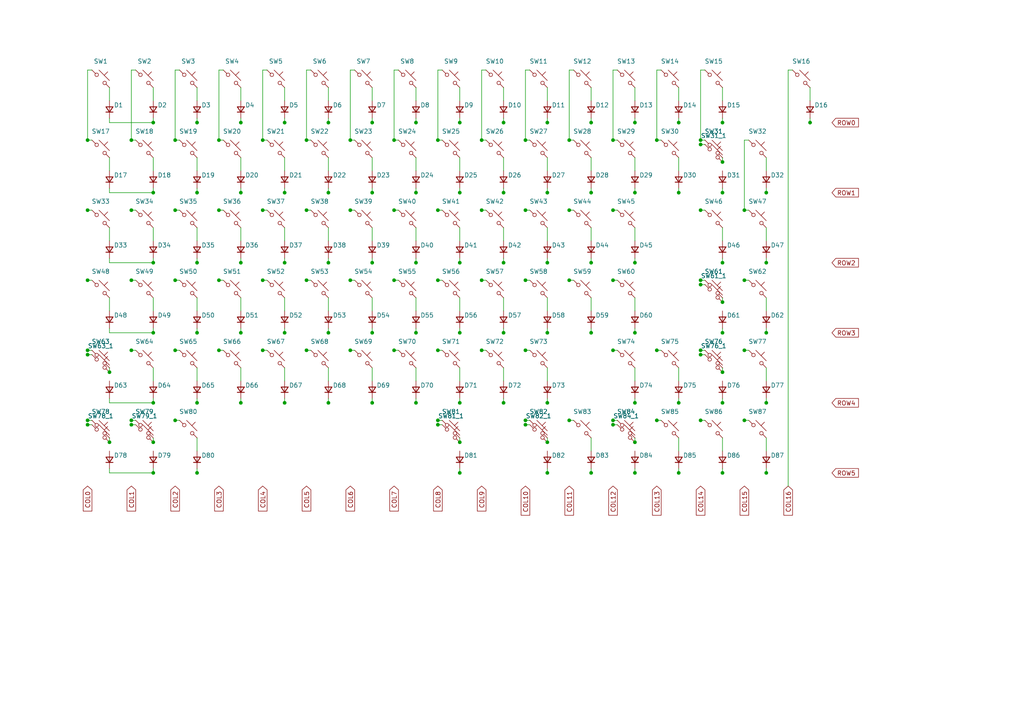
<source format=kicad_sch>
(kicad_sch (version 20230121) (generator eeschema)
  (paper "A4")
  (symbol (lib_id "Switch:SW_Push_45deg") (at 29.21 22.86 0) (unit 1)
    (property "Reference" "SW1" (at 29.21 17.78 0))
    (property "Value" "SW_Push" (effects hide))
    (property "Footprint" "Switch_Keyboard_Cherry_MX:SW_Cherry_MX_PCB_1.00u" (effects hide))
  )
  (wire (pts (xy 26.67 20.32) (xy 25.4 20.32)))
  (wire (pts (xy 25.4 20.32) (xy 25.4 140.97)))
  (global_label "COL0" (shape input) (at 25.4 140.97 270) (property "Intersheetrefs" "${INTERSHEET_REFS}" (effects hide)))
  (symbol (lib_id "Device:D_Small") (at 31.75 31.75 90) (unit 1)
    (property "Reference" "D1" (at 33.02 30.48 90) (effects (justify right)))
    (property "Value" "D" (effects hide))
    (property "Footprint" "Diode_SMD:D_SOD-123F" (effects hide))
    (property "Sim.Device" "D" (effects hide))
    (property "Sim.Pins" "1=K 2=A" (effects hide))
  )
  (wire (pts (xy 31.75 25.4) (xy 31.75 29.21)))
  (wire (pts (xy 31.75 34.29) (xy 31.75 35.56)))
  (wire (pts (xy 31.75 35.56) (xy 241.3 35.56)))
  (global_label "ROW0" (shape input) (at 241.3 35.56 0) (property "Intersheetrefs" "${INTERSHEET_REFS}" (effects hide)))
  (symbol (lib_id "Switch:SW_Push_45deg") (at 41.91 22.86 0) (unit 1)
    (property "Reference" "SW2" (at 41.91 17.78 0))
    (property "Value" "SW_Push" (effects hide))
    (property "Footprint" "Switch_Keyboard_Cherry_MX:SW_Cherry_MX_PCB_1.00u" (effects hide))
  )
  (wire (pts (xy 39.37 20.32) (xy 38.1 20.32)))
  (wire (pts (xy 38.1 20.32) (xy 38.1 140.97)))
  (global_label "COL1" (shape input) (at 38.1 140.97 270) (property "Intersheetrefs" "${INTERSHEET_REFS}" (effects hide)))
  (symbol (lib_id "Device:D_Small") (at 44.45 31.75 90) (unit 1)
    (property "Reference" "D2" (at 45.72 30.48 90) (effects (justify right)))
    (property "Value" "D" (effects hide))
    (property "Footprint" "Diode_SMD:D_SOD-123F" (effects hide))
    (property "Sim.Device" "D" (effects hide))
    (property "Sim.Pins" "1=K 2=A" (effects hide))
  )
  (wire (pts (xy 44.45 25.4) (xy 44.45 29.21)))
  (wire (pts (xy 44.45 34.29) (xy 44.45 35.56)))
  (junction (at 44.45 35.56))
  (symbol (lib_id "Switch:SW_Push_45deg") (at 54.61 22.86 0) (unit 1)
    (property "Reference" "SW3" (at 54.61 17.78 0))
    (property "Value" "SW_Push" (effects hide))
    (property "Footprint" "Switch_Keyboard_Cherry_MX:SW_Cherry_MX_PCB_1.00u" (effects hide))
  )
  (wire (pts (xy 52.07 20.32) (xy 50.8 20.32)))
  (wire (pts (xy 50.8 20.32) (xy 50.8 140.97)))
  (global_label "COL2" (shape input) (at 50.8 140.97 270) (property "Intersheetrefs" "${INTERSHEET_REFS}" (effects hide)))
  (symbol (lib_id "Device:D_Small") (at 57.15 31.75 90) (unit 1)
    (property "Reference" "D3" (at 58.42 30.48 90) (effects (justify right)))
    (property "Value" "D" (effects hide))
    (property "Footprint" "Diode_SMD:D_SOD-123F" (effects hide))
    (property "Sim.Device" "D" (effects hide))
    (property "Sim.Pins" "1=K 2=A" (effects hide))
  )
  (wire (pts (xy 57.15 25.4) (xy 57.15 29.21)))
  (wire (pts (xy 57.15 34.29) (xy 57.15 35.56)))
  (junction (at 57.15 35.56))
  (symbol (lib_id "Switch:SW_Push_45deg") (at 67.31 22.86 0) (unit 1)
    (property "Reference" "SW4" (at 67.31 17.78 0))
    (property "Value" "SW_Push" (effects hide))
    (property "Footprint" "Switch_Keyboard_Cherry_MX:SW_Cherry_MX_PCB_1.00u" (effects hide))
  )
  (wire (pts (xy 64.77 20.32) (xy 63.5 20.32)))
  (wire (pts (xy 63.5 20.32) (xy 63.5 140.97)))
  (global_label "COL3" (shape input) (at 63.5 140.97 270) (property "Intersheetrefs" "${INTERSHEET_REFS}" (effects hide)))
  (symbol (lib_id "Device:D_Small") (at 69.85 31.75 90) (unit 1)
    (property "Reference" "D4" (at 71.12 30.48 90) (effects (justify right)))
    (property "Value" "D" (effects hide))
    (property "Footprint" "Diode_SMD:D_SOD-123F" (effects hide))
    (property "Sim.Device" "D" (effects hide))
    (property "Sim.Pins" "1=K 2=A" (effects hide))
  )
  (wire (pts (xy 69.85 25.4) (xy 69.85 29.21)))
  (wire (pts (xy 69.85 34.29) (xy 69.85 35.56)))
  (junction (at 69.85 35.56))
  (symbol (lib_id "Switch:SW_Push_45deg") (at 80.01 22.86 0) (unit 1)
    (property "Reference" "SW5" (at 80.01 17.78 0))
    (property "Value" "SW_Push" (effects hide))
    (property "Footprint" "Switch_Keyboard_Cherry_MX:SW_Cherry_MX_PCB_1.00u" (effects hide))
  )
  (wire (pts (xy 77.47 20.32) (xy 76.2 20.32)))
  (wire (pts (xy 76.2 20.32) (xy 76.2 140.97)))
  (global_label "COL4" (shape input) (at 76.2 140.97 270) (property "Intersheetrefs" "${INTERSHEET_REFS}" (effects hide)))
  (symbol (lib_id "Device:D_Small") (at 82.55 31.75 90) (unit 1)
    (property "Reference" "D5" (at 83.82 30.48 90) (effects (justify right)))
    (property "Value" "D" (effects hide))
    (property "Footprint" "Diode_SMD:D_SOD-123F" (effects hide))
    (property "Sim.Device" "D" (effects hide))
    (property "Sim.Pins" "1=K 2=A" (effects hide))
  )
  (wire (pts (xy 82.55 25.4) (xy 82.55 29.21)))
  (wire (pts (xy 82.55 34.29) (xy 82.55 35.56)))
  (junction (at 82.55 35.56))
  (symbol (lib_id "Switch:SW_Push_45deg") (at 92.71 22.86 0) (unit 1)
    (property "Reference" "SW6" (at 92.71 17.78 0))
    (property "Value" "SW_Push" (effects hide))
    (property "Footprint" "Switch_Keyboard_Cherry_MX:SW_Cherry_MX_PCB_1.00u" (effects hide))
  )
  (wire (pts (xy 90.17 20.32) (xy 88.9 20.32)))
  (wire (pts (xy 88.9 20.32) (xy 88.9 140.97)))
  (global_label "COL5" (shape input) (at 88.9 140.97 270) (property "Intersheetrefs" "${INTERSHEET_REFS}" (effects hide)))
  (symbol (lib_id "Device:D_Small") (at 95.25 31.75 90) (unit 1)
    (property "Reference" "D6" (at 96.52 30.48 90) (effects (justify right)))
    (property "Value" "D" (effects hide))
    (property "Footprint" "Diode_SMD:D_SOD-123F" (effects hide))
    (property "Sim.Device" "D" (effects hide))
    (property "Sim.Pins" "1=K 2=A" (effects hide))
  )
  (wire (pts (xy 95.25 25.4) (xy 95.25 29.21)))
  (wire (pts (xy 95.25 34.29) (xy 95.25 35.56)))
  (junction (at 95.25 35.56))
  (symbol (lib_id "Switch:SW_Push_45deg") (at 105.41 22.86 0) (unit 1)
    (property "Reference" "SW7" (at 105.41 17.78 0))
    (property "Value" "SW_Push" (effects hide))
    (property "Footprint" "Switch_Keyboard_Cherry_MX:SW_Cherry_MX_PCB_1.00u" (effects hide))
  )
  (wire (pts (xy 102.87 20.32) (xy 101.6 20.32)))
  (wire (pts (xy 101.6 20.32) (xy 101.6 140.97)))
  (global_label "COL6" (shape input) (at 101.6 140.97 270) (property "Intersheetrefs" "${INTERSHEET_REFS}" (effects hide)))
  (symbol (lib_id "Device:D_Small") (at 107.95 31.75 90) (unit 1)
    (property "Reference" "D7" (at 109.22 30.48 90) (effects (justify right)))
    (property "Value" "D" (effects hide))
    (property "Footprint" "Diode_SMD:D_SOD-123F" (effects hide))
    (property "Sim.Device" "D" (effects hide))
    (property "Sim.Pins" "1=K 2=A" (effects hide))
  )
  (wire (pts (xy 107.95 25.4) (xy 107.95 29.21)))
  (wire (pts (xy 107.95 34.29) (xy 107.95 35.56)))
  (junction (at 107.95 35.56))
  (symbol (lib_id "Switch:SW_Push_45deg") (at 118.11 22.86 0) (unit 1)
    (property "Reference" "SW8" (at 118.11 17.78 0))
    (property "Value" "SW_Push" (effects hide))
    (property "Footprint" "Switch_Keyboard_Cherry_MX:SW_Cherry_MX_PCB_1.00u" (effects hide))
  )
  (wire (pts (xy 115.57 20.32) (xy 114.3 20.32)))
  (wire (pts (xy 114.3 20.32) (xy 114.3 140.97)))
  (global_label "COL7" (shape input) (at 114.3 140.97 270) (property "Intersheetrefs" "${INTERSHEET_REFS}" (effects hide)))
  (symbol (lib_id "Device:D_Small") (at 120.65 31.75 90) (unit 1)
    (property "Reference" "D8" (at 121.92 30.48 90) (effects (justify right)))
    (property "Value" "D" (effects hide))
    (property "Footprint" "Diode_SMD:D_SOD-123F" (effects hide))
    (property "Sim.Device" "D" (effects hide))
    (property "Sim.Pins" "1=K 2=A" (effects hide))
  )
  (wire (pts (xy 120.65 25.4) (xy 120.65 29.21)))
  (wire (pts (xy 120.65 34.29) (xy 120.65 35.56)))
  (junction (at 120.65 35.56))
  (symbol (lib_id "Switch:SW_Push_45deg") (at 130.81 22.86 0) (unit 1)
    (property "Reference" "SW9" (at 130.81 17.78 0))
    (property "Value" "SW_Push" (effects hide))
    (property "Footprint" "Switch_Keyboard_Cherry_MX:SW_Cherry_MX_PCB_1.00u" (effects hide))
  )
  (wire (pts (xy 128.27 20.32) (xy 127.0 20.32)))
  (wire (pts (xy 127.0 20.32) (xy 127.0 140.97)))
  (global_label "COL8" (shape input) (at 127.0 140.97 270) (property "Intersheetrefs" "${INTERSHEET_REFS}" (effects hide)))
  (symbol (lib_id "Device:D_Small") (at 133.35 31.75 90) (unit 1)
    (property "Reference" "D9" (at 134.62 30.48 90) (effects (justify right)))
    (property "Value" "D" (effects hide))
    (property "Footprint" "Diode_SMD:D_SOD-123F" (effects hide))
    (property "Sim.Device" "D" (effects hide))
    (property "Sim.Pins" "1=K 2=A" (effects hide))
  )
  (wire (pts (xy 133.35 25.4) (xy 133.35 29.21)))
  (wire (pts (xy 133.35 34.29) (xy 133.35 35.56)))
  (junction (at 133.35 35.56))
  (symbol (lib_id "Switch:SW_Push_45deg") (at 143.51 22.86 0) (unit 1)
    (property "Reference" "SW10" (at 143.51 17.78 0))
    (property "Value" "SW_Push" (effects hide))
    (property "Footprint" "Switch_Keyboard_Cherry_MX:SW_Cherry_MX_PCB_1.00u" (effects hide))
  )
  (wire (pts (xy 140.97 20.32) (xy 139.7 20.32)))
  (wire (pts (xy 139.7 20.32) (xy 139.7 140.97)))
  (global_label "COL9" (shape input) (at 139.7 140.97 270) (property "Intersheetrefs" "${INTERSHEET_REFS}" (effects hide)))
  (symbol (lib_id "Device:D_Small") (at 146.05 31.75 90) (unit 1)
    (property "Reference" "D10" (at 147.32 30.48 90) (effects (justify right)))
    (property "Value" "D" (effects hide))
    (property "Footprint" "Diode_SMD:D_SOD-123F" (effects hide))
    (property "Sim.Device" "D" (effects hide))
    (property "Sim.Pins" "1=K 2=A" (effects hide))
  )
  (wire (pts (xy 146.05 25.4) (xy 146.05 29.21)))
  (wire (pts (xy 146.05 34.29) (xy 146.05 35.56)))
  (junction (at 146.05 35.56))
  (symbol (lib_id "Switch:SW_Push_45deg") (at 156.21 22.86 0) (unit 1)
    (property "Reference" "SW11" (at 156.21 17.78 0))
    (property "Value" "SW_Push" (effects hide))
    (property "Footprint" "Switch_Keyboard_Cherry_MX:SW_Cherry_MX_PCB_1.00u" (effects hide))
  )
  (wire (pts (xy 153.67 20.32) (xy 152.4 20.32)))
  (wire (pts (xy 152.4 20.32) (xy 152.4 140.97)))
  (global_label "COL10" (shape input) (at 152.4 140.97 270) (property "Intersheetrefs" "${INTERSHEET_REFS}" (effects hide)))
  (symbol (lib_id "Device:D_Small") (at 158.75 31.75 90) (unit 1)
    (property "Reference" "D11" (at 160.02 30.48 90) (effects (justify right)))
    (property "Value" "D" (effects hide))
    (property "Footprint" "Diode_SMD:D_SOD-123F" (effects hide))
    (property "Sim.Device" "D" (effects hide))
    (property "Sim.Pins" "1=K 2=A" (effects hide))
  )
  (wire (pts (xy 158.75 25.4) (xy 158.75 29.21)))
  (wire (pts (xy 158.75 34.29) (xy 158.75 35.56)))
  (junction (at 158.75 35.56))
  (symbol (lib_id "Switch:SW_Push_45deg") (at 168.91 22.86 0) (unit 1)
    (property "Reference" "SW12" (at 168.91 17.78 0))
    (property "Value" "SW_Push" (effects hide))
    (property "Footprint" "Switch_Keyboard_Cherry_MX:SW_Cherry_MX_PCB_1.00u" (effects hide))
  )
  (wire (pts (xy 166.37 20.32) (xy 165.1 20.32)))
  (wire (pts (xy 165.1 20.32) (xy 165.1 140.97)))
  (global_label "COL11" (shape input) (at 165.1 140.97 270) (property "Intersheetrefs" "${INTERSHEET_REFS}" (effects hide)))
  (symbol (lib_id "Device:D_Small") (at 171.45 31.75 90) (unit 1)
    (property "Reference" "D12" (at 172.72 30.48 90) (effects (justify right)))
    (property "Value" "D" (effects hide))
    (property "Footprint" "Diode_SMD:D_SOD-123F" (effects hide))
    (property "Sim.Device" "D" (effects hide))
    (property "Sim.Pins" "1=K 2=A" (effects hide))
  )
  (wire (pts (xy 171.45 25.4) (xy 171.45 29.21)))
  (wire (pts (xy 171.45 34.29) (xy 171.45 35.56)))
  (junction (at 171.45 35.56))
  (symbol (lib_id "Switch:SW_Push_45deg") (at 181.61 22.86 0) (unit 1)
    (property "Reference" "SW13" (at 181.61 17.78 0))
    (property "Value" "SW_Push" (effects hide))
    (property "Footprint" "Switch_Keyboard_Cherry_MX:SW_Cherry_MX_PCB_1.00u" (effects hide))
  )
  (wire (pts (xy 179.07 20.32) (xy 177.8 20.32)))
  (wire (pts (xy 177.8 20.32) (xy 177.8 140.97)))
  (global_label "COL12" (shape input) (at 177.8 140.97 270) (property "Intersheetrefs" "${INTERSHEET_REFS}" (effects hide)))
  (symbol (lib_id "Device:D_Small") (at 184.15 31.75 90) (unit 1)
    (property "Reference" "D13" (at 185.42 30.48 90) (effects (justify right)))
    (property "Value" "D" (effects hide))
    (property "Footprint" "Diode_SMD:D_SOD-123F" (effects hide))
    (property "Sim.Device" "D" (effects hide))
    (property "Sim.Pins" "1=K 2=A" (effects hide))
  )
  (wire (pts (xy 184.15 25.4) (xy 184.15 29.21)))
  (wire (pts (xy 184.15 34.29) (xy 184.15 35.56)))
  (junction (at 184.15 35.56))
  (symbol (lib_id "Switch:SW_Push_45deg") (at 194.31 22.86 0) (unit 1)
    (property "Reference" "SW14" (at 194.31 17.78 0))
    (property "Value" "SW_Push" (effects hide))
    (property "Footprint" "Switch_Keyboard_Cherry_MX:SW_Cherry_MX_PCB_1.00u" (effects hide))
  )
  (wire (pts (xy 191.77 20.32) (xy 190.5 20.32)))
  (wire (pts (xy 190.5 20.32) (xy 190.5 140.97)))
  (global_label "COL13" (shape input) (at 190.5 140.97 270) (property "Intersheetrefs" "${INTERSHEET_REFS}" (effects hide)))
  (symbol (lib_id "Device:D_Small") (at 196.85 31.75 90) (unit 1)
    (property "Reference" "D14" (at 198.12 30.48 90) (effects (justify right)))
    (property "Value" "D" (effects hide))
    (property "Footprint" "Diode_SMD:D_SOD-123F" (effects hide))
    (property "Sim.Device" "D" (effects hide))
    (property "Sim.Pins" "1=K 2=A" (effects hide))
  )
  (wire (pts (xy 196.85 25.4) (xy 196.85 29.21)))
  (wire (pts (xy 196.85 34.29) (xy 196.85 35.56)))
  (junction (at 196.85 35.56))
  (symbol (lib_id "Switch:SW_Push_45deg") (at 207.01 22.86 0) (unit 1)
    (property "Reference" "SW15" (at 207.01 17.78 0))
    (property "Value" "SW_Push" (effects hide))
    (property "Footprint" "Switch_Keyboard_Cherry_MX:SW_Cherry_MX_PCB_1.00u" (effects hide))
  )
  (wire (pts (xy 204.47 20.32) (xy 203.2 20.32)))
  (wire (pts (xy 203.2 20.32) (xy 203.2 140.97)))
  (global_label "COL14" (shape input) (at 203.2 140.97 270) (property "Intersheetrefs" "${INTERSHEET_REFS}" (effects hide)))
  (symbol (lib_id "Device:D_Small") (at 209.55 31.75 90) (unit 1)
    (property "Reference" "D15" (at 210.82 30.48 90) (effects (justify right)))
    (property "Value" "D" (effects hide))
    (property "Footprint" "Diode_SMD:D_SOD-123F" (effects hide))
    (property "Sim.Device" "D" (effects hide))
    (property "Sim.Pins" "1=K 2=A" (effects hide))
  )
  (wire (pts (xy 209.55 25.4) (xy 209.55 29.21)))
  (wire (pts (xy 209.55 34.29) (xy 209.55 35.56)))
  (junction (at 209.55 35.56))
  (symbol (lib_id "Switch:SW_Push_45deg") (at 232.41 22.86 0) (unit 1)
    (property "Reference" "SW16" (at 232.41 17.78 0))
    (property "Value" "SW_Push" (effects hide))
    (property "Footprint" "Switch_Keyboard_Cherry_MX:SW_Cherry_MX_PCB_1.00u" (effects hide))
  )
  (wire (pts (xy 229.87 20.32) (xy 228.6 20.32)))
  (wire (pts (xy 228.6 20.32) (xy 228.6 140.97)))
  (global_label "COL16" (shape input) (at 228.6 140.97 270) (property "Intersheetrefs" "${INTERSHEET_REFS}" (effects hide)))
  (symbol (lib_id "Device:D_Small") (at 234.95 31.75 90) (unit 1)
    (property "Reference" "D16" (at 236.22 30.48 90) (effects (justify right)))
    (property "Value" "D" (effects hide))
    (property "Footprint" "Diode_SMD:D_SOD-123F" (effects hide))
    (property "Sim.Device" "D" (effects hide))
    (property "Sim.Pins" "1=K 2=A" (effects hide))
  )
  (wire (pts (xy 234.95 25.4) (xy 234.95 29.21)))
  (wire (pts (xy 234.95 34.29) (xy 234.95 35.56)))
  (junction (at 234.95 35.56))
  (symbol (lib_id "Switch:SW_Push_45deg") (at 29.21 43.18 0) (unit 1)
    (property "Reference" "SW17" (at 29.21 38.1 0))
    (property "Value" "SW_Push" (effects hide))
    (property "Footprint" "Switch_Keyboard_Cherry_MX:SW_Cherry_MX_PCB_1.00u" (effects hide))
  )
  (wire (pts (xy 26.67 40.64) (xy 25.4 40.64)))
  (junction (at 25.4 40.64))
  (symbol (lib_id "Device:D_Small") (at 31.75 52.07 90) (unit 1)
    (property "Reference" "D17" (at 33.02 50.8 90) (effects (justify right)))
    (property "Value" "D" (effects hide))
    (property "Footprint" "Diode_SMD:D_SOD-123F" (effects hide))
    (property "Sim.Device" "D" (effects hide))
    (property "Sim.Pins" "1=K 2=A" (effects hide))
  )
  (wire (pts (xy 31.75 45.72) (xy 31.75 49.53)))
  (wire (pts (xy 31.75 54.61) (xy 31.75 55.88)))
  (wire (pts (xy 31.75 55.88) (xy 241.3 55.88)))
  (global_label "ROW1" (shape input) (at 241.3 55.88 0) (property "Intersheetrefs" "${INTERSHEET_REFS}" (effects hide)))
  (symbol (lib_id "Switch:SW_Push_45deg") (at 41.91 43.18 0) (unit 1)
    (property "Reference" "SW18" (at 41.91 38.1 0))
    (property "Value" "SW_Push" (effects hide))
    (property "Footprint" "Switch_Keyboard_Cherry_MX:SW_Cherry_MX_PCB_1.00u" (effects hide))
  )
  (wire (pts (xy 39.37 40.64) (xy 38.1 40.64)))
  (junction (at 38.1 40.64))
  (symbol (lib_id "Device:D_Small") (at 44.45 52.07 90) (unit 1)
    (property "Reference" "D18" (at 45.72 50.8 90) (effects (justify right)))
    (property "Value" "D" (effects hide))
    (property "Footprint" "Diode_SMD:D_SOD-123F" (effects hide))
    (property "Sim.Device" "D" (effects hide))
    (property "Sim.Pins" "1=K 2=A" (effects hide))
  )
  (wire (pts (xy 44.45 45.72) (xy 44.45 49.53)))
  (wire (pts (xy 44.45 54.61) (xy 44.45 55.88)))
  (junction (at 44.45 55.88))
  (symbol (lib_id "Switch:SW_Push_45deg") (at 54.61 43.18 0) (unit 1)
    (property "Reference" "SW19" (at 54.61 38.1 0))
    (property "Value" "SW_Push" (effects hide))
    (property "Footprint" "Switch_Keyboard_Cherry_MX:SW_Cherry_MX_PCB_1.00u" (effects hide))
  )
  (wire (pts (xy 52.07 40.64) (xy 50.8 40.64)))
  (junction (at 50.8 40.64))
  (symbol (lib_id "Device:D_Small") (at 57.15 52.07 90) (unit 1)
    (property "Reference" "D19" (at 58.42 50.8 90) (effects (justify right)))
    (property "Value" "D" (effects hide))
    (property "Footprint" "Diode_SMD:D_SOD-123F" (effects hide))
    (property "Sim.Device" "D" (effects hide))
    (property "Sim.Pins" "1=K 2=A" (effects hide))
  )
  (wire (pts (xy 57.15 45.72) (xy 57.15 49.53)))
  (wire (pts (xy 57.15 54.61) (xy 57.15 55.88)))
  (junction (at 57.15 55.88))
  (symbol (lib_id "Switch:SW_Push_45deg") (at 67.31 43.18 0) (unit 1)
    (property "Reference" "SW20" (at 67.31 38.1 0))
    (property "Value" "SW_Push" (effects hide))
    (property "Footprint" "Switch_Keyboard_Cherry_MX:SW_Cherry_MX_PCB_1.00u" (effects hide))
  )
  (wire (pts (xy 64.77 40.64) (xy 63.5 40.64)))
  (junction (at 63.5 40.64))
  (symbol (lib_id "Device:D_Small") (at 69.85 52.07 90) (unit 1)
    (property "Reference" "D20" (at 71.12 50.8 90) (effects (justify right)))
    (property "Value" "D" (effects hide))
    (property "Footprint" "Diode_SMD:D_SOD-123F" (effects hide))
    (property "Sim.Device" "D" (effects hide))
    (property "Sim.Pins" "1=K 2=A" (effects hide))
  )
  (wire (pts (xy 69.85 45.72) (xy 69.85 49.53)))
  (wire (pts (xy 69.85 54.61) (xy 69.85 55.88)))
  (junction (at 69.85 55.88))
  (symbol (lib_id "Switch:SW_Push_45deg") (at 80.01 43.18 0) (unit 1)
    (property "Reference" "SW21" (at 80.01 38.1 0))
    (property "Value" "SW_Push" (effects hide))
    (property "Footprint" "Switch_Keyboard_Cherry_MX:SW_Cherry_MX_PCB_1.00u" (effects hide))
  )
  (wire (pts (xy 77.47 40.64) (xy 76.2 40.64)))
  (junction (at 76.2 40.64))
  (symbol (lib_id "Device:D_Small") (at 82.55 52.07 90) (unit 1)
    (property "Reference" "D21" (at 83.82 50.8 90) (effects (justify right)))
    (property "Value" "D" (effects hide))
    (property "Footprint" "Diode_SMD:D_SOD-123F" (effects hide))
    (property "Sim.Device" "D" (effects hide))
    (property "Sim.Pins" "1=K 2=A" (effects hide))
  )
  (wire (pts (xy 82.55 45.72) (xy 82.55 49.53)))
  (wire (pts (xy 82.55 54.61) (xy 82.55 55.88)))
  (junction (at 82.55 55.88))
  (symbol (lib_id "Switch:SW_Push_45deg") (at 92.71 43.18 0) (unit 1)
    (property "Reference" "SW22" (at 92.71 38.1 0))
    (property "Value" "SW_Push" (effects hide))
    (property "Footprint" "Switch_Keyboard_Cherry_MX:SW_Cherry_MX_PCB_1.00u" (effects hide))
  )
  (wire (pts (xy 90.17 40.64) (xy 88.9 40.64)))
  (junction (at 88.9 40.64))
  (symbol (lib_id "Device:D_Small") (at 95.25 52.07 90) (unit 1)
    (property "Reference" "D22" (at 96.52 50.8 90) (effects (justify right)))
    (property "Value" "D" (effects hide))
    (property "Footprint" "Diode_SMD:D_SOD-123F" (effects hide))
    (property "Sim.Device" "D" (effects hide))
    (property "Sim.Pins" "1=K 2=A" (effects hide))
  )
  (wire (pts (xy 95.25 45.72) (xy 95.25 49.53)))
  (wire (pts (xy 95.25 54.61) (xy 95.25 55.88)))
  (junction (at 95.25 55.88))
  (symbol (lib_id "Switch:SW_Push_45deg") (at 105.41 43.18 0) (unit 1)
    (property "Reference" "SW23" (at 105.41 38.1 0))
    (property "Value" "SW_Push" (effects hide))
    (property "Footprint" "Switch_Keyboard_Cherry_MX:SW_Cherry_MX_PCB_1.00u" (effects hide))
  )
  (wire (pts (xy 102.87 40.64) (xy 101.6 40.64)))
  (junction (at 101.6 40.64))
  (symbol (lib_id "Device:D_Small") (at 107.95 52.07 90) (unit 1)
    (property "Reference" "D23" (at 109.22 50.8 90) (effects (justify right)))
    (property "Value" "D" (effects hide))
    (property "Footprint" "Diode_SMD:D_SOD-123F" (effects hide))
    (property "Sim.Device" "D" (effects hide))
    (property "Sim.Pins" "1=K 2=A" (effects hide))
  )
  (wire (pts (xy 107.95 45.72) (xy 107.95 49.53)))
  (wire (pts (xy 107.95 54.61) (xy 107.95 55.88)))
  (junction (at 107.95 55.88))
  (symbol (lib_id "Switch:SW_Push_45deg") (at 118.11 43.18 0) (unit 1)
    (property "Reference" "SW24" (at 118.11 38.1 0))
    (property "Value" "SW_Push" (effects hide))
    (property "Footprint" "Switch_Keyboard_Cherry_MX:SW_Cherry_MX_PCB_1.00u" (effects hide))
  )
  (wire (pts (xy 115.57 40.64) (xy 114.3 40.64)))
  (junction (at 114.3 40.64))
  (symbol (lib_id "Device:D_Small") (at 120.65 52.07 90) (unit 1)
    (property "Reference" "D24" (at 121.92 50.8 90) (effects (justify right)))
    (property "Value" "D" (effects hide))
    (property "Footprint" "Diode_SMD:D_SOD-123F" (effects hide))
    (property "Sim.Device" "D" (effects hide))
    (property "Sim.Pins" "1=K 2=A" (effects hide))
  )
  (wire (pts (xy 120.65 45.72) (xy 120.65 49.53)))
  (wire (pts (xy 120.65 54.61) (xy 120.65 55.88)))
  (junction (at 120.65 55.88))
  (symbol (lib_id "Switch:SW_Push_45deg") (at 130.81 43.18 0) (unit 1)
    (property "Reference" "SW25" (at 130.81 38.1 0))
    (property "Value" "SW_Push" (effects hide))
    (property "Footprint" "Switch_Keyboard_Cherry_MX:SW_Cherry_MX_PCB_1.00u" (effects hide))
  )
  (wire (pts (xy 128.27 40.64) (xy 127.0 40.64)))
  (junction (at 127.0 40.64))
  (symbol (lib_id "Device:D_Small") (at 133.35 52.07 90) (unit 1)
    (property "Reference" "D25" (at 134.62 50.8 90) (effects (justify right)))
    (property "Value" "D" (effects hide))
    (property "Footprint" "Diode_SMD:D_SOD-123F" (effects hide))
    (property "Sim.Device" "D" (effects hide))
    (property "Sim.Pins" "1=K 2=A" (effects hide))
  )
  (wire (pts (xy 133.35 45.72) (xy 133.35 49.53)))
  (wire (pts (xy 133.35 54.61) (xy 133.35 55.88)))
  (junction (at 133.35 55.88))
  (symbol (lib_id "Switch:SW_Push_45deg") (at 143.51 43.18 0) (unit 1)
    (property "Reference" "SW26" (at 143.51 38.1 0))
    (property "Value" "SW_Push" (effects hide))
    (property "Footprint" "Switch_Keyboard_Cherry_MX:SW_Cherry_MX_PCB_1.00u" (effects hide))
  )
  (wire (pts (xy 140.97 40.64) (xy 139.7 40.64)))
  (junction (at 139.7 40.64))
  (symbol (lib_id "Device:D_Small") (at 146.05 52.07 90) (unit 1)
    (property "Reference" "D26" (at 147.32 50.8 90) (effects (justify right)))
    (property "Value" "D" (effects hide))
    (property "Footprint" "Diode_SMD:D_SOD-123F" (effects hide))
    (property "Sim.Device" "D" (effects hide))
    (property "Sim.Pins" "1=K 2=A" (effects hide))
  )
  (wire (pts (xy 146.05 45.72) (xy 146.05 49.53)))
  (wire (pts (xy 146.05 54.61) (xy 146.05 55.88)))
  (junction (at 146.05 55.88))
  (symbol (lib_id "Switch:SW_Push_45deg") (at 156.21 43.18 0) (unit 1)
    (property "Reference" "SW27" (at 156.21 38.1 0))
    (property "Value" "SW_Push" (effects hide))
    (property "Footprint" "Switch_Keyboard_Cherry_MX:SW_Cherry_MX_PCB_1.00u" (effects hide))
  )
  (wire (pts (xy 153.67 40.64) (xy 152.4 40.64)))
  (junction (at 152.4 40.64))
  (symbol (lib_id "Device:D_Small") (at 158.75 52.07 90) (unit 1)
    (property "Reference" "D27" (at 160.02 50.8 90) (effects (justify right)))
    (property "Value" "D" (effects hide))
    (property "Footprint" "Diode_SMD:D_SOD-123F" (effects hide))
    (property "Sim.Device" "D" (effects hide))
    (property "Sim.Pins" "1=K 2=A" (effects hide))
  )
  (wire (pts (xy 158.75 45.72) (xy 158.75 49.53)))
  (wire (pts (xy 158.75 54.61) (xy 158.75 55.88)))
  (junction (at 158.75 55.88))
  (symbol (lib_id "Switch:SW_Push_45deg") (at 168.91 43.18 0) (unit 1)
    (property "Reference" "SW28" (at 168.91 38.1 0))
    (property "Value" "SW_Push" (effects hide))
    (property "Footprint" "Switch_Keyboard_Cherry_MX:SW_Cherry_MX_PCB_1.00u" (effects hide))
  )
  (wire (pts (xy 166.37 40.64) (xy 165.1 40.64)))
  (junction (at 165.1 40.64))
  (symbol (lib_id "Device:D_Small") (at 171.45 52.07 90) (unit 1)
    (property "Reference" "D28" (at 172.72 50.8 90) (effects (justify right)))
    (property "Value" "D" (effects hide))
    (property "Footprint" "Diode_SMD:D_SOD-123F" (effects hide))
    (property "Sim.Device" "D" (effects hide))
    (property "Sim.Pins" "1=K 2=A" (effects hide))
  )
  (wire (pts (xy 171.45 45.72) (xy 171.45 49.53)))
  (wire (pts (xy 171.45 54.61) (xy 171.45 55.88)))
  (junction (at 171.45 55.88))
  (symbol (lib_id "Switch:SW_Push_45deg") (at 181.61 43.18 0) (unit 1)
    (property "Reference" "SW29" (at 181.61 38.1 0))
    (property "Value" "SW_Push" (effects hide))
    (property "Footprint" "Switch_Keyboard_Cherry_MX:SW_Cherry_MX_PCB_1.00u" (effects hide))
  )
  (wire (pts (xy 179.07 40.64) (xy 177.8 40.64)))
  (junction (at 177.8 40.64))
  (symbol (lib_id "Device:D_Small") (at 184.15 52.07 90) (unit 1)
    (property "Reference" "D29" (at 185.42 50.8 90) (effects (justify right)))
    (property "Value" "D" (effects hide))
    (property "Footprint" "Diode_SMD:D_SOD-123F" (effects hide))
    (property "Sim.Device" "D" (effects hide))
    (property "Sim.Pins" "1=K 2=A" (effects hide))
  )
  (wire (pts (xy 184.15 45.72) (xy 184.15 49.53)))
  (wire (pts (xy 184.15 54.61) (xy 184.15 55.88)))
  (junction (at 184.15 55.88))
  (symbol (lib_id "Switch:SW_Push_45deg") (at 194.31 43.18 0) (unit 1)
    (property "Reference" "SW30" (at 194.31 38.1 0))
    (property "Value" "SW_Push" (effects hide))
    (property "Footprint" "Switch_Keyboard_Cherry_MX:SW_Cherry_MX_PCB_1.00u" (effects hide))
  )
  (wire (pts (xy 191.77 40.64) (xy 190.5 40.64)))
  (junction (at 190.5 40.64))
  (symbol (lib_id "Device:D_Small") (at 196.85 52.07 90) (unit 1)
    (property "Reference" "D30" (at 198.12 50.8 90) (effects (justify right)))
    (property "Value" "D" (effects hide))
    (property "Footprint" "Diode_SMD:D_SOD-123F" (effects hide))
    (property "Sim.Device" "D" (effects hide))
    (property "Sim.Pins" "1=K 2=A" (effects hide))
  )
  (wire (pts (xy 196.85 45.72) (xy 196.85 49.53)))
  (wire (pts (xy 196.85 54.61) (xy 196.85 55.88)))
  (junction (at 196.85 55.88))
  (symbol (lib_id "Switch:SW_Push_45deg") (at 207.01 43.18 0) (unit 1)
    (property "Reference" "SW31" (at 207.01 38.1 0))
    (property "Value" "SW_Push" (effects hide))
    (property "Footprint" "Switch_Keyboard_Cherry_MX:SW_Cherry_MX_PCB_1.00u" (effects hide))
  )
  (wire (pts (xy 204.47 40.64) (xy 203.2 40.64)))
  (junction (at 203.2 40.64))
  (symbol (lib_id "Device:D_Small") (at 209.55 52.07 90) (unit 1)
    (property "Reference" "D31" (at 210.82 50.8 90) (effects (justify right)))
    (property "Value" "D" (effects hide))
    (property "Footprint" "Diode_SMD:D_SOD-123F" (effects hide))
    (property "Sim.Device" "D" (effects hide))
    (property "Sim.Pins" "1=K 2=A" (effects hide))
  )
  (wire (pts (xy 209.55 45.72) (xy 209.55 49.53)))
  (wire (pts (xy 209.55 54.61) (xy 209.55 55.88)))
  (junction (at 209.55 55.88))
  (symbol (lib_id "Switch:SW_Push_45deg") (at 207.01 44.45 0) (unit 1)
    (property "Reference" "SW31_1" (at 207.01 39.37 0))
    (property "Value" "SW_Push" (effects hide))
    (property "Footprint" "Switch_Keyboard_Cherry_MX:SW_Cherry_MX_PCB_1.00u" (effects hide))
  )
  (junction (at 209.55 46.99))
  (wire (pts (xy 204.47 41.91) (xy 203.2 41.91)))
  (junction (at 203.2 41.91))
  (symbol (lib_id "Switch:SW_Push_45deg") (at 219.71 43.18 0) (unit 1)
    (property "Reference" "SW32" (at 219.71 38.1 0))
    (property "Value" "SW_Push" (effects hide))
    (property "Footprint" "Switch_Keyboard_Cherry_MX:SW_Cherry_MX_PCB_1.00u" (effects hide))
  )
  (wire (pts (xy 217.17 40.64) (xy 215.9 40.64)))
  (wire (pts (xy 215.9 40.64) (xy 215.9 140.97)))
  (global_label "COL15" (shape input) (at 215.9 140.97 270) (property "Intersheetrefs" "${INTERSHEET_REFS}" (effects hide)))
  (symbol (lib_id "Device:D_Small") (at 222.25 52.07 90) (unit 1)
    (property "Reference" "D32" (at 223.52 50.8 90) (effects (justify right)))
    (property "Value" "D" (effects hide))
    (property "Footprint" "Diode_SMD:D_SOD-123F" (effects hide))
    (property "Sim.Device" "D" (effects hide))
    (property "Sim.Pins" "1=K 2=A" (effects hide))
  )
  (wire (pts (xy 222.25 45.72) (xy 222.25 49.53)))
  (wire (pts (xy 222.25 54.61) (xy 222.25 55.88)))
  (junction (at 222.25 55.88))
  (symbol (lib_id "Switch:SW_Push_45deg") (at 29.21 63.5 0) (unit 1)
    (property "Reference" "SW33" (at 29.21 58.42 0))
    (property "Value" "SW_Push" (effects hide))
    (property "Footprint" "Switch_Keyboard_Cherry_MX:SW_Cherry_MX_PCB_1.00u" (effects hide))
  )
  (wire (pts (xy 26.67 60.96) (xy 25.4 60.96)))
  (junction (at 25.4 60.96))
  (symbol (lib_id "Device:D_Small") (at 31.75 72.39 90) (unit 1)
    (property "Reference" "D33" (at 33.02 71.12 90) (effects (justify right)))
    (property "Value" "D" (effects hide))
    (property "Footprint" "Diode_SMD:D_SOD-123F" (effects hide))
    (property "Sim.Device" "D" (effects hide))
    (property "Sim.Pins" "1=K 2=A" (effects hide))
  )
  (wire (pts (xy 31.75 66.04) (xy 31.75 69.85)))
  (wire (pts (xy 31.75 74.93) (xy 31.75 76.2)))
  (wire (pts (xy 31.75 76.2) (xy 241.3 76.2)))
  (global_label "ROW2" (shape input) (at 241.3 76.2 0) (property "Intersheetrefs" "${INTERSHEET_REFS}" (effects hide)))
  (symbol (lib_id "Switch:SW_Push_45deg") (at 41.91 63.5 0) (unit 1)
    (property "Reference" "SW34" (at 41.91 58.42 0))
    (property "Value" "SW_Push" (effects hide))
    (property "Footprint" "Switch_Keyboard_Cherry_MX:SW_Cherry_MX_PCB_1.00u" (effects hide))
  )
  (wire (pts (xy 39.37 60.96) (xy 38.1 60.96)))
  (junction (at 38.1 60.96))
  (symbol (lib_id "Device:D_Small") (at 44.45 72.39 90) (unit 1)
    (property "Reference" "D34" (at 45.72 71.12 90) (effects (justify right)))
    (property "Value" "D" (effects hide))
    (property "Footprint" "Diode_SMD:D_SOD-123F" (effects hide))
    (property "Sim.Device" "D" (effects hide))
    (property "Sim.Pins" "1=K 2=A" (effects hide))
  )
  (wire (pts (xy 44.45 66.04) (xy 44.45 69.85)))
  (wire (pts (xy 44.45 74.93) (xy 44.45 76.2)))
  (junction (at 44.45 76.2))
  (symbol (lib_id "Switch:SW_Push_45deg") (at 54.61 63.5 0) (unit 1)
    (property "Reference" "SW35" (at 54.61 58.42 0))
    (property "Value" "SW_Push" (effects hide))
    (property "Footprint" "Switch_Keyboard_Cherry_MX:SW_Cherry_MX_PCB_1.00u" (effects hide))
  )
  (wire (pts (xy 52.07 60.96) (xy 50.8 60.96)))
  (junction (at 50.8 60.96))
  (symbol (lib_id "Device:D_Small") (at 57.15 72.39 90) (unit 1)
    (property "Reference" "D35" (at 58.42 71.12 90) (effects (justify right)))
    (property "Value" "D" (effects hide))
    (property "Footprint" "Diode_SMD:D_SOD-123F" (effects hide))
    (property "Sim.Device" "D" (effects hide))
    (property "Sim.Pins" "1=K 2=A" (effects hide))
  )
  (wire (pts (xy 57.15 66.04) (xy 57.15 69.85)))
  (wire (pts (xy 57.15 74.93) (xy 57.15 76.2)))
  (junction (at 57.15 76.2))
  (symbol (lib_id "Switch:SW_Push_45deg") (at 67.31 63.5 0) (unit 1)
    (property "Reference" "SW36" (at 67.31 58.42 0))
    (property "Value" "SW_Push" (effects hide))
    (property "Footprint" "Switch_Keyboard_Cherry_MX:SW_Cherry_MX_PCB_1.00u" (effects hide))
  )
  (wire (pts (xy 64.77 60.96) (xy 63.5 60.96)))
  (junction (at 63.5 60.96))
  (symbol (lib_id "Device:D_Small") (at 69.85 72.39 90) (unit 1)
    (property "Reference" "D36" (at 71.12 71.12 90) (effects (justify right)))
    (property "Value" "D" (effects hide))
    (property "Footprint" "Diode_SMD:D_SOD-123F" (effects hide))
    (property "Sim.Device" "D" (effects hide))
    (property "Sim.Pins" "1=K 2=A" (effects hide))
  )
  (wire (pts (xy 69.85 66.04) (xy 69.85 69.85)))
  (wire (pts (xy 69.85 74.93) (xy 69.85 76.2)))
  (junction (at 69.85 76.2))
  (symbol (lib_id "Switch:SW_Push_45deg") (at 80.01 63.5 0) (unit 1)
    (property "Reference" "SW37" (at 80.01 58.42 0))
    (property "Value" "SW_Push" (effects hide))
    (property "Footprint" "Switch_Keyboard_Cherry_MX:SW_Cherry_MX_PCB_1.00u" (effects hide))
  )
  (wire (pts (xy 77.47 60.96) (xy 76.2 60.96)))
  (junction (at 76.2 60.96))
  (symbol (lib_id "Device:D_Small") (at 82.55 72.39 90) (unit 1)
    (property "Reference" "D37" (at 83.82 71.12 90) (effects (justify right)))
    (property "Value" "D" (effects hide))
    (property "Footprint" "Diode_SMD:D_SOD-123F" (effects hide))
    (property "Sim.Device" "D" (effects hide))
    (property "Sim.Pins" "1=K 2=A" (effects hide))
  )
  (wire (pts (xy 82.55 66.04) (xy 82.55 69.85)))
  (wire (pts (xy 82.55 74.93) (xy 82.55 76.2)))
  (junction (at 82.55 76.2))
  (symbol (lib_id "Switch:SW_Push_45deg") (at 92.71 63.5 0) (unit 1)
    (property "Reference" "SW38" (at 92.71 58.42 0))
    (property "Value" "SW_Push" (effects hide))
    (property "Footprint" "Switch_Keyboard_Cherry_MX:SW_Cherry_MX_PCB_1.00u" (effects hide))
  )
  (wire (pts (xy 90.17 60.96) (xy 88.9 60.96)))
  (junction (at 88.9 60.96))
  (symbol (lib_id "Device:D_Small") (at 95.25 72.39 90) (unit 1)
    (property "Reference" "D38" (at 96.52 71.12 90) (effects (justify right)))
    (property "Value" "D" (effects hide))
    (property "Footprint" "Diode_SMD:D_SOD-123F" (effects hide))
    (property "Sim.Device" "D" (effects hide))
    (property "Sim.Pins" "1=K 2=A" (effects hide))
  )
  (wire (pts (xy 95.25 66.04) (xy 95.25 69.85)))
  (wire (pts (xy 95.25 74.93) (xy 95.25 76.2)))
  (junction (at 95.25 76.2))
  (symbol (lib_id "Switch:SW_Push_45deg") (at 105.41 63.5 0) (unit 1)
    (property "Reference" "SW39" (at 105.41 58.42 0))
    (property "Value" "SW_Push" (effects hide))
    (property "Footprint" "Switch_Keyboard_Cherry_MX:SW_Cherry_MX_PCB_1.00u" (effects hide))
  )
  (wire (pts (xy 102.87 60.96) (xy 101.6 60.96)))
  (junction (at 101.6 60.96))
  (symbol (lib_id "Device:D_Small") (at 107.95 72.39 90) (unit 1)
    (property "Reference" "D39" (at 109.22 71.12 90) (effects (justify right)))
    (property "Value" "D" (effects hide))
    (property "Footprint" "Diode_SMD:D_SOD-123F" (effects hide))
    (property "Sim.Device" "D" (effects hide))
    (property "Sim.Pins" "1=K 2=A" (effects hide))
  )
  (wire (pts (xy 107.95 66.04) (xy 107.95 69.85)))
  (wire (pts (xy 107.95 74.93) (xy 107.95 76.2)))
  (junction (at 107.95 76.2))
  (symbol (lib_id "Switch:SW_Push_45deg") (at 118.11 63.5 0) (unit 1)
    (property "Reference" "SW40" (at 118.11 58.42 0))
    (property "Value" "SW_Push" (effects hide))
    (property "Footprint" "Switch_Keyboard_Cherry_MX:SW_Cherry_MX_PCB_1.00u" (effects hide))
  )
  (wire (pts (xy 115.57 60.96) (xy 114.3 60.96)))
  (junction (at 114.3 60.96))
  (symbol (lib_id "Device:D_Small") (at 120.65 72.39 90) (unit 1)
    (property "Reference" "D40" (at 121.92 71.12 90) (effects (justify right)))
    (property "Value" "D" (effects hide))
    (property "Footprint" "Diode_SMD:D_SOD-123F" (effects hide))
    (property "Sim.Device" "D" (effects hide))
    (property "Sim.Pins" "1=K 2=A" (effects hide))
  )
  (wire (pts (xy 120.65 66.04) (xy 120.65 69.85)))
  (wire (pts (xy 120.65 74.93) (xy 120.65 76.2)))
  (junction (at 120.65 76.2))
  (symbol (lib_id "Switch:SW_Push_45deg") (at 130.81 63.5 0) (unit 1)
    (property "Reference" "SW41" (at 130.81 58.42 0))
    (property "Value" "SW_Push" (effects hide))
    (property "Footprint" "Switch_Keyboard_Cherry_MX:SW_Cherry_MX_PCB_1.00u" (effects hide))
  )
  (wire (pts (xy 128.27 60.96) (xy 127.0 60.96)))
  (junction (at 127.0 60.96))
  (symbol (lib_id "Device:D_Small") (at 133.35 72.39 90) (unit 1)
    (property "Reference" "D41" (at 134.62 71.12 90) (effects (justify right)))
    (property "Value" "D" (effects hide))
    (property "Footprint" "Diode_SMD:D_SOD-123F" (effects hide))
    (property "Sim.Device" "D" (effects hide))
    (property "Sim.Pins" "1=K 2=A" (effects hide))
  )
  (wire (pts (xy 133.35 66.04) (xy 133.35 69.85)))
  (wire (pts (xy 133.35 74.93) (xy 133.35 76.2)))
  (junction (at 133.35 76.2))
  (symbol (lib_id "Switch:SW_Push_45deg") (at 143.51 63.5 0) (unit 1)
    (property "Reference" "SW42" (at 143.51 58.42 0))
    (property "Value" "SW_Push" (effects hide))
    (property "Footprint" "Switch_Keyboard_Cherry_MX:SW_Cherry_MX_PCB_1.00u" (effects hide))
  )
  (wire (pts (xy 140.97 60.96) (xy 139.7 60.96)))
  (junction (at 139.7 60.96))
  (symbol (lib_id "Device:D_Small") (at 146.05 72.39 90) (unit 1)
    (property "Reference" "D42" (at 147.32 71.12 90) (effects (justify right)))
    (property "Value" "D" (effects hide))
    (property "Footprint" "Diode_SMD:D_SOD-123F" (effects hide))
    (property "Sim.Device" "D" (effects hide))
    (property "Sim.Pins" "1=K 2=A" (effects hide))
  )
  (wire (pts (xy 146.05 66.04) (xy 146.05 69.85)))
  (wire (pts (xy 146.05 74.93) (xy 146.05 76.2)))
  (junction (at 146.05 76.2))
  (symbol (lib_id "Switch:SW_Push_45deg") (at 156.21 63.5 0) (unit 1)
    (property "Reference" "SW43" (at 156.21 58.42 0))
    (property "Value" "SW_Push" (effects hide))
    (property "Footprint" "Switch_Keyboard_Cherry_MX:SW_Cherry_MX_PCB_1.00u" (effects hide))
  )
  (wire (pts (xy 153.67 60.96) (xy 152.4 60.96)))
  (junction (at 152.4 60.96))
  (symbol (lib_id "Device:D_Small") (at 158.75 72.39 90) (unit 1)
    (property "Reference" "D43" (at 160.02 71.12 90) (effects (justify right)))
    (property "Value" "D" (effects hide))
    (property "Footprint" "Diode_SMD:D_SOD-123F" (effects hide))
    (property "Sim.Device" "D" (effects hide))
    (property "Sim.Pins" "1=K 2=A" (effects hide))
  )
  (wire (pts (xy 158.75 66.04) (xy 158.75 69.85)))
  (wire (pts (xy 158.75 74.93) (xy 158.75 76.2)))
  (junction (at 158.75 76.2))
  (symbol (lib_id "Switch:SW_Push_45deg") (at 168.91 63.5 0) (unit 1)
    (property "Reference" "SW44" (at 168.91 58.42 0))
    (property "Value" "SW_Push" (effects hide))
    (property "Footprint" "Switch_Keyboard_Cherry_MX:SW_Cherry_MX_PCB_1.00u" (effects hide))
  )
  (wire (pts (xy 166.37 60.96) (xy 165.1 60.96)))
  (junction (at 165.1 60.96))
  (symbol (lib_id "Device:D_Small") (at 171.45 72.39 90) (unit 1)
    (property "Reference" "D44" (at 172.72 71.12 90) (effects (justify right)))
    (property "Value" "D" (effects hide))
    (property "Footprint" "Diode_SMD:D_SOD-123F" (effects hide))
    (property "Sim.Device" "D" (effects hide))
    (property "Sim.Pins" "1=K 2=A" (effects hide))
  )
  (wire (pts (xy 171.45 66.04) (xy 171.45 69.85)))
  (wire (pts (xy 171.45 74.93) (xy 171.45 76.2)))
  (junction (at 171.45 76.2))
  (symbol (lib_id "Switch:SW_Push_45deg") (at 181.61 63.5 0) (unit 1)
    (property "Reference" "SW45" (at 181.61 58.42 0))
    (property "Value" "SW_Push" (effects hide))
    (property "Footprint" "Switch_Keyboard_Cherry_MX:SW_Cherry_MX_PCB_1.00u" (effects hide))
  )
  (wire (pts (xy 179.07 60.96) (xy 177.8 60.96)))
  (junction (at 177.8 60.96))
  (symbol (lib_id "Device:D_Small") (at 184.15 72.39 90) (unit 1)
    (property "Reference" "D45" (at 185.42 71.12 90) (effects (justify right)))
    (property "Value" "D" (effects hide))
    (property "Footprint" "Diode_SMD:D_SOD-123F" (effects hide))
    (property "Sim.Device" "D" (effects hide))
    (property "Sim.Pins" "1=K 2=A" (effects hide))
  )
  (wire (pts (xy 184.15 66.04) (xy 184.15 69.85)))
  (wire (pts (xy 184.15 74.93) (xy 184.15 76.2)))
  (junction (at 184.15 76.2))
  (symbol (lib_id "Switch:SW_Push_45deg") (at 207.01 63.5 0) (unit 1)
    (property "Reference" "SW46" (at 207.01 58.42 0))
    (property "Value" "SW_Push" (effects hide))
    (property "Footprint" "Switch_Keyboard_Cherry_MX:SW_Cherry_MX_PCB_1.00u" (effects hide))
  )
  (wire (pts (xy 204.47 60.96) (xy 203.2 60.96)))
  (junction (at 203.2 60.96))
  (symbol (lib_id "Device:D_Small") (at 209.55 72.39 90) (unit 1)
    (property "Reference" "D46" (at 210.82 71.12 90) (effects (justify right)))
    (property "Value" "D" (effects hide))
    (property "Footprint" "Diode_SMD:D_SOD-123F" (effects hide))
    (property "Sim.Device" "D" (effects hide))
    (property "Sim.Pins" "1=K 2=A" (effects hide))
  )
  (wire (pts (xy 209.55 66.04) (xy 209.55 69.85)))
  (wire (pts (xy 209.55 74.93) (xy 209.55 76.2)))
  (junction (at 209.55 76.2))
  (symbol (lib_id "Switch:SW_Push_45deg") (at 219.71 63.5 0) (unit 1)
    (property "Reference" "SW47" (at 219.71 58.42 0))
    (property "Value" "SW_Push" (effects hide))
    (property "Footprint" "Switch_Keyboard_Cherry_MX:SW_Cherry_MX_PCB_1.00u" (effects hide))
  )
  (wire (pts (xy 217.17 60.96) (xy 215.9 60.96)))
  (junction (at 215.9 60.96))
  (symbol (lib_id "Device:D_Small") (at 222.25 72.39 90) (unit 1)
    (property "Reference" "D47" (at 223.52 71.12 90) (effects (justify right)))
    (property "Value" "D" (effects hide))
    (property "Footprint" "Diode_SMD:D_SOD-123F" (effects hide))
    (property "Sim.Device" "D" (effects hide))
    (property "Sim.Pins" "1=K 2=A" (effects hide))
  )
  (wire (pts (xy 222.25 66.04) (xy 222.25 69.85)))
  (wire (pts (xy 222.25 74.93) (xy 222.25 76.2)))
  (junction (at 222.25 76.2))
  (symbol (lib_id "Switch:SW_Push_45deg") (at 29.21 83.82 0) (unit 1)
    (property "Reference" "SW48" (at 29.21 78.74 0))
    (property "Value" "SW_Push" (effects hide))
    (property "Footprint" "Switch_Keyboard_Cherry_MX:SW_Cherry_MX_PCB_1.00u" (effects hide))
  )
  (wire (pts (xy 26.67 81.28) (xy 25.4 81.28)))
  (junction (at 25.4 81.28))
  (symbol (lib_id "Device:D_Small") (at 31.75 92.71 90) (unit 1)
    (property "Reference" "D48" (at 33.02 91.44 90) (effects (justify right)))
    (property "Value" "D" (effects hide))
    (property "Footprint" "Diode_SMD:D_SOD-123F" (effects hide))
    (property "Sim.Device" "D" (effects hide))
    (property "Sim.Pins" "1=K 2=A" (effects hide))
  )
  (wire (pts (xy 31.75 86.36) (xy 31.75 90.17)))
  (wire (pts (xy 31.75 95.25) (xy 31.75 96.52)))
  (wire (pts (xy 31.75 96.52) (xy 241.3 96.52)))
  (global_label "ROW3" (shape input) (at 241.3 96.52 0) (property "Intersheetrefs" "${INTERSHEET_REFS}" (effects hide)))
  (symbol (lib_id "Switch:SW_Push_45deg") (at 41.91 83.82 0) (unit 1)
    (property "Reference" "SW49" (at 41.91 78.74 0))
    (property "Value" "SW_Push" (effects hide))
    (property "Footprint" "Switch_Keyboard_Cherry_MX:SW_Cherry_MX_PCB_1.00u" (effects hide))
  )
  (wire (pts (xy 39.37 81.28) (xy 38.1 81.28)))
  (junction (at 38.1 81.28))
  (symbol (lib_id "Device:D_Small") (at 44.45 92.71 90) (unit 1)
    (property "Reference" "D49" (at 45.72 91.44 90) (effects (justify right)))
    (property "Value" "D" (effects hide))
    (property "Footprint" "Diode_SMD:D_SOD-123F" (effects hide))
    (property "Sim.Device" "D" (effects hide))
    (property "Sim.Pins" "1=K 2=A" (effects hide))
  )
  (wire (pts (xy 44.45 86.36) (xy 44.45 90.17)))
  (wire (pts (xy 44.45 95.25) (xy 44.45 96.52)))
  (junction (at 44.45 96.52))
  (symbol (lib_id "Switch:SW_Push_45deg") (at 54.61 83.82 0) (unit 1)
    (property "Reference" "SW50" (at 54.61 78.74 0))
    (property "Value" "SW_Push" (effects hide))
    (property "Footprint" "Switch_Keyboard_Cherry_MX:SW_Cherry_MX_PCB_1.00u" (effects hide))
  )
  (wire (pts (xy 52.07 81.28) (xy 50.8 81.28)))
  (junction (at 50.8 81.28))
  (symbol (lib_id "Device:D_Small") (at 57.15 92.71 90) (unit 1)
    (property "Reference" "D50" (at 58.42 91.44 90) (effects (justify right)))
    (property "Value" "D" (effects hide))
    (property "Footprint" "Diode_SMD:D_SOD-123F" (effects hide))
    (property "Sim.Device" "D" (effects hide))
    (property "Sim.Pins" "1=K 2=A" (effects hide))
  )
  (wire (pts (xy 57.15 86.36) (xy 57.15 90.17)))
  (wire (pts (xy 57.15 95.25) (xy 57.15 96.52)))
  (junction (at 57.15 96.52))
  (symbol (lib_id "Switch:SW_Push_45deg") (at 67.31 83.82 0) (unit 1)
    (property "Reference" "SW51" (at 67.31 78.74 0))
    (property "Value" "SW_Push" (effects hide))
    (property "Footprint" "Switch_Keyboard_Cherry_MX:SW_Cherry_MX_PCB_1.00u" (effects hide))
  )
  (wire (pts (xy 64.77 81.28) (xy 63.5 81.28)))
  (junction (at 63.5 81.28))
  (symbol (lib_id "Device:D_Small") (at 69.85 92.71 90) (unit 1)
    (property "Reference" "D51" (at 71.12 91.44 90) (effects (justify right)))
    (property "Value" "D" (effects hide))
    (property "Footprint" "Diode_SMD:D_SOD-123F" (effects hide))
    (property "Sim.Device" "D" (effects hide))
    (property "Sim.Pins" "1=K 2=A" (effects hide))
  )
  (wire (pts (xy 69.85 86.36) (xy 69.85 90.17)))
  (wire (pts (xy 69.85 95.25) (xy 69.85 96.52)))
  (junction (at 69.85 96.52))
  (symbol (lib_id "Switch:SW_Push_45deg") (at 80.01 83.82 0) (unit 1)
    (property "Reference" "SW52" (at 80.01 78.74 0))
    (property "Value" "SW_Push" (effects hide))
    (property "Footprint" "Switch_Keyboard_Cherry_MX:SW_Cherry_MX_PCB_1.00u" (effects hide))
  )
  (wire (pts (xy 77.47 81.28) (xy 76.2 81.28)))
  (junction (at 76.2 81.28))
  (symbol (lib_id "Device:D_Small") (at 82.55 92.71 90) (unit 1)
    (property "Reference" "D52" (at 83.82 91.44 90) (effects (justify right)))
    (property "Value" "D" (effects hide))
    (property "Footprint" "Diode_SMD:D_SOD-123F" (effects hide))
    (property "Sim.Device" "D" (effects hide))
    (property "Sim.Pins" "1=K 2=A" (effects hide))
  )
  (wire (pts (xy 82.55 86.36) (xy 82.55 90.17)))
  (wire (pts (xy 82.55 95.25) (xy 82.55 96.52)))
  (junction (at 82.55 96.52))
  (symbol (lib_id "Switch:SW_Push_45deg") (at 92.71 83.82 0) (unit 1)
    (property "Reference" "SW53" (at 92.71 78.74 0))
    (property "Value" "SW_Push" (effects hide))
    (property "Footprint" "Switch_Keyboard_Cherry_MX:SW_Cherry_MX_PCB_1.00u" (effects hide))
  )
  (wire (pts (xy 90.17 81.28) (xy 88.9 81.28)))
  (junction (at 88.9 81.28))
  (symbol (lib_id "Device:D_Small") (at 95.25 92.71 90) (unit 1)
    (property "Reference" "D53" (at 96.52 91.44 90) (effects (justify right)))
    (property "Value" "D" (effects hide))
    (property "Footprint" "Diode_SMD:D_SOD-123F" (effects hide))
    (property "Sim.Device" "D" (effects hide))
    (property "Sim.Pins" "1=K 2=A" (effects hide))
  )
  (wire (pts (xy 95.25 86.36) (xy 95.25 90.17)))
  (wire (pts (xy 95.25 95.25) (xy 95.25 96.52)))
  (junction (at 95.25 96.52))
  (symbol (lib_id "Switch:SW_Push_45deg") (at 105.41 83.82 0) (unit 1)
    (property "Reference" "SW54" (at 105.41 78.74 0))
    (property "Value" "SW_Push" (effects hide))
    (property "Footprint" "Switch_Keyboard_Cherry_MX:SW_Cherry_MX_PCB_1.00u" (effects hide))
  )
  (wire (pts (xy 102.87 81.28) (xy 101.6 81.28)))
  (junction (at 101.6 81.28))
  (symbol (lib_id "Device:D_Small") (at 107.95 92.71 90) (unit 1)
    (property "Reference" "D54" (at 109.22 91.44 90) (effects (justify right)))
    (property "Value" "D" (effects hide))
    (property "Footprint" "Diode_SMD:D_SOD-123F" (effects hide))
    (property "Sim.Device" "D" (effects hide))
    (property "Sim.Pins" "1=K 2=A" (effects hide))
  )
  (wire (pts (xy 107.95 86.36) (xy 107.95 90.17)))
  (wire (pts (xy 107.95 95.25) (xy 107.95 96.52)))
  (junction (at 107.95 96.52))
  (symbol (lib_id "Switch:SW_Push_45deg") (at 118.11 83.82 0) (unit 1)
    (property "Reference" "SW55" (at 118.11 78.74 0))
    (property "Value" "SW_Push" (effects hide))
    (property "Footprint" "Switch_Keyboard_Cherry_MX:SW_Cherry_MX_PCB_1.00u" (effects hide))
  )
  (wire (pts (xy 115.57 81.28) (xy 114.3 81.28)))
  (junction (at 114.3 81.28))
  (symbol (lib_id "Device:D_Small") (at 120.65 92.71 90) (unit 1)
    (property "Reference" "D55" (at 121.92 91.44 90) (effects (justify right)))
    (property "Value" "D" (effects hide))
    (property "Footprint" "Diode_SMD:D_SOD-123F" (effects hide))
    (property "Sim.Device" "D" (effects hide))
    (property "Sim.Pins" "1=K 2=A" (effects hide))
  )
  (wire (pts (xy 120.65 86.36) (xy 120.65 90.17)))
  (wire (pts (xy 120.65 95.25) (xy 120.65 96.52)))
  (junction (at 120.65 96.52))
  (symbol (lib_id "Switch:SW_Push_45deg") (at 130.81 83.82 0) (unit 1)
    (property "Reference" "SW56" (at 130.81 78.74 0))
    (property "Value" "SW_Push" (effects hide))
    (property "Footprint" "Switch_Keyboard_Cherry_MX:SW_Cherry_MX_PCB_1.00u" (effects hide))
  )
  (wire (pts (xy 128.27 81.28) (xy 127.0 81.28)))
  (junction (at 127.0 81.28))
  (symbol (lib_id "Device:D_Small") (at 133.35 92.71 90) (unit 1)
    (property "Reference" "D56" (at 134.62 91.44 90) (effects (justify right)))
    (property "Value" "D" (effects hide))
    (property "Footprint" "Diode_SMD:D_SOD-123F" (effects hide))
    (property "Sim.Device" "D" (effects hide))
    (property "Sim.Pins" "1=K 2=A" (effects hide))
  )
  (wire (pts (xy 133.35 86.36) (xy 133.35 90.17)))
  (wire (pts (xy 133.35 95.25) (xy 133.35 96.52)))
  (junction (at 133.35 96.52))
  (symbol (lib_id "Switch:SW_Push_45deg") (at 143.51 83.82 0) (unit 1)
    (property "Reference" "SW57" (at 143.51 78.74 0))
    (property "Value" "SW_Push" (effects hide))
    (property "Footprint" "Switch_Keyboard_Cherry_MX:SW_Cherry_MX_PCB_1.00u" (effects hide))
  )
  (wire (pts (xy 140.97 81.28) (xy 139.7 81.28)))
  (junction (at 139.7 81.28))
  (symbol (lib_id "Device:D_Small") (at 146.05 92.71 90) (unit 1)
    (property "Reference" "D57" (at 147.32 91.44 90) (effects (justify right)))
    (property "Value" "D" (effects hide))
    (property "Footprint" "Diode_SMD:D_SOD-123F" (effects hide))
    (property "Sim.Device" "D" (effects hide))
    (property "Sim.Pins" "1=K 2=A" (effects hide))
  )
  (wire (pts (xy 146.05 86.36) (xy 146.05 90.17)))
  (wire (pts (xy 146.05 95.25) (xy 146.05 96.52)))
  (junction (at 146.05 96.52))
  (symbol (lib_id "Switch:SW_Push_45deg") (at 156.21 83.82 0) (unit 1)
    (property "Reference" "SW58" (at 156.21 78.74 0))
    (property "Value" "SW_Push" (effects hide))
    (property "Footprint" "Switch_Keyboard_Cherry_MX:SW_Cherry_MX_PCB_1.00u" (effects hide))
  )
  (wire (pts (xy 153.67 81.28) (xy 152.4 81.28)))
  (junction (at 152.4 81.28))
  (symbol (lib_id "Device:D_Small") (at 158.75 92.71 90) (unit 1)
    (property "Reference" "D58" (at 160.02 91.44 90) (effects (justify right)))
    (property "Value" "D" (effects hide))
    (property "Footprint" "Diode_SMD:D_SOD-123F" (effects hide))
    (property "Sim.Device" "D" (effects hide))
    (property "Sim.Pins" "1=K 2=A" (effects hide))
  )
  (wire (pts (xy 158.75 86.36) (xy 158.75 90.17)))
  (wire (pts (xy 158.75 95.25) (xy 158.75 96.52)))
  (junction (at 158.75 96.52))
  (symbol (lib_id "Switch:SW_Push_45deg") (at 168.91 83.82 0) (unit 1)
    (property "Reference" "SW59" (at 168.91 78.74 0))
    (property "Value" "SW_Push" (effects hide))
    (property "Footprint" "Switch_Keyboard_Cherry_MX:SW_Cherry_MX_PCB_1.00u" (effects hide))
  )
  (wire (pts (xy 166.37 81.28) (xy 165.1 81.28)))
  (junction (at 165.1 81.28))
  (symbol (lib_id "Device:D_Small") (at 171.45 92.71 90) (unit 1)
    (property "Reference" "D59" (at 172.72 91.44 90) (effects (justify right)))
    (property "Value" "D" (effects hide))
    (property "Footprint" "Diode_SMD:D_SOD-123F" (effects hide))
    (property "Sim.Device" "D" (effects hide))
    (property "Sim.Pins" "1=K 2=A" (effects hide))
  )
  (wire (pts (xy 171.45 86.36) (xy 171.45 90.17)))
  (wire (pts (xy 171.45 95.25) (xy 171.45 96.52)))
  (junction (at 171.45 96.52))
  (symbol (lib_id "Switch:SW_Push_45deg") (at 181.61 83.82 0) (unit 1)
    (property "Reference" "SW60" (at 181.61 78.74 0))
    (property "Value" "SW_Push" (effects hide))
    (property "Footprint" "Switch_Keyboard_Cherry_MX:SW_Cherry_MX_PCB_1.00u" (effects hide))
  )
  (wire (pts (xy 179.07 81.28) (xy 177.8 81.28)))
  (junction (at 177.8 81.28))
  (symbol (lib_id "Device:D_Small") (at 184.15 92.71 90) (unit 1)
    (property "Reference" "D60" (at 185.42 91.44 90) (effects (justify right)))
    (property "Value" "D" (effects hide))
    (property "Footprint" "Diode_SMD:D_SOD-123F" (effects hide))
    (property "Sim.Device" "D" (effects hide))
    (property "Sim.Pins" "1=K 2=A" (effects hide))
  )
  (wire (pts (xy 184.15 86.36) (xy 184.15 90.17)))
  (wire (pts (xy 184.15 95.25) (xy 184.15 96.52)))
  (junction (at 184.15 96.52))
  (symbol (lib_id "Switch:SW_Push_45deg") (at 207.01 83.82 0) (unit 1)
    (property "Reference" "SW61" (at 207.01 78.74 0))
    (property "Value" "SW_Push" (effects hide))
    (property "Footprint" "Switch_Keyboard_Cherry_MX:SW_Cherry_MX_PCB_1.00u" (effects hide))
  )
  (wire (pts (xy 204.47 81.28) (xy 203.2 81.28)))
  (junction (at 203.2 81.28))
  (symbol (lib_id "Device:D_Small") (at 209.55 92.71 90) (unit 1)
    (property "Reference" "D61" (at 210.82 91.44 90) (effects (justify right)))
    (property "Value" "D" (effects hide))
    (property "Footprint" "Diode_SMD:D_SOD-123F" (effects hide))
    (property "Sim.Device" "D" (effects hide))
    (property "Sim.Pins" "1=K 2=A" (effects hide))
  )
  (wire (pts (xy 209.55 86.36) (xy 209.55 90.17)))
  (wire (pts (xy 209.55 95.25) (xy 209.55 96.52)))
  (junction (at 209.55 96.52))
  (symbol (lib_id "Switch:SW_Push_45deg") (at 207.01 85.09 0) (unit 1)
    (property "Reference" "SW61_1" (at 207.01 80.01 0))
    (property "Value" "SW_Push" (effects hide))
    (property "Footprint" "Switch_Keyboard_Cherry_MX:SW_Cherry_MX_PCB_1.00u" (effects hide))
  )
  (junction (at 209.55 87.63))
  (wire (pts (xy 204.47 82.55) (xy 203.2 82.55)))
  (junction (at 203.2 82.55))
  (symbol (lib_id "Switch:SW_Push_45deg") (at 219.71 83.82 0) (unit 1)
    (property "Reference" "SW62" (at 219.71 78.74 0))
    (property "Value" "SW_Push" (effects hide))
    (property "Footprint" "Switch_Keyboard_Cherry_MX:SW_Cherry_MX_PCB_1.00u" (effects hide))
  )
  (wire (pts (xy 217.17 81.28) (xy 215.9 81.28)))
  (junction (at 215.9 81.28))
  (symbol (lib_id "Device:D_Small") (at 222.25 92.71 90) (unit 1)
    (property "Reference" "D62" (at 223.52 91.44 90) (effects (justify right)))
    (property "Value" "D" (effects hide))
    (property "Footprint" "Diode_SMD:D_SOD-123F" (effects hide))
    (property "Sim.Device" "D" (effects hide))
    (property "Sim.Pins" "1=K 2=A" (effects hide))
  )
  (wire (pts (xy 222.25 86.36) (xy 222.25 90.17)))
  (wire (pts (xy 222.25 95.25) (xy 222.25 96.52)))
  (junction (at 222.25 96.52))
  (symbol (lib_id "Switch:SW_Push_45deg") (at 29.21 104.14 0) (unit 1)
    (property "Reference" "SW63" (at 29.21 99.06 0))
    (property "Value" "SW_Push" (effects hide))
    (property "Footprint" "Switch_Keyboard_Cherry_MX:SW_Cherry_MX_PCB_1.00u" (effects hide))
  )
  (wire (pts (xy 26.67 101.6) (xy 25.4 101.6)))
  (junction (at 25.4 101.6))
  (symbol (lib_id "Device:D_Small") (at 31.75 113.03 90) (unit 1)
    (property "Reference" "D63" (at 33.02 111.76 90) (effects (justify right)))
    (property "Value" "D" (effects hide))
    (property "Footprint" "Diode_SMD:D_SOD-123F" (effects hide))
    (property "Sim.Device" "D" (effects hide))
    (property "Sim.Pins" "1=K 2=A" (effects hide))
  )
  (wire (pts (xy 31.75 106.68) (xy 31.75 110.49)))
  (wire (pts (xy 31.75 115.57) (xy 31.75 116.84)))
  (wire (pts (xy 31.75 116.84) (xy 241.3 116.84)))
  (global_label "ROW4" (shape input) (at 241.3 116.84 0) (property "Intersheetrefs" "${INTERSHEET_REFS}" (effects hide)))
  (symbol (lib_id "Switch:SW_Push_45deg") (at 29.21 105.41 0) (unit 1)
    (property "Reference" "SW63_1" (at 29.21 100.33 0))
    (property "Value" "SW_Push" (effects hide))
    (property "Footprint" "Switch_Keyboard_Cherry_MX:SW_Cherry_MX_PCB_1.00u" (effects hide))
  )
  (junction (at 31.75 107.95))
  (wire (pts (xy 26.67 102.87) (xy 25.4 102.87)))
  (junction (at 25.4 102.87))
  (symbol (lib_id "Switch:SW_Push_45deg") (at 41.91 104.14 0) (unit 1)
    (property "Reference" "SW64" (at 41.91 99.06 0))
    (property "Value" "SW_Push" (effects hide))
    (property "Footprint" "Switch_Keyboard_Cherry_MX:SW_Cherry_MX_PCB_1.00u" (effects hide))
  )
  (wire (pts (xy 39.37 101.6) (xy 38.1 101.6)))
  (junction (at 38.1 101.6))
  (symbol (lib_id "Device:D_Small") (at 44.45 113.03 90) (unit 1)
    (property "Reference" "D64" (at 45.72 111.76 90) (effects (justify right)))
    (property "Value" "D" (effects hide))
    (property "Footprint" "Diode_SMD:D_SOD-123F" (effects hide))
    (property "Sim.Device" "D" (effects hide))
    (property "Sim.Pins" "1=K 2=A" (effects hide))
  )
  (wire (pts (xy 44.45 106.68) (xy 44.45 110.49)))
  (wire (pts (xy 44.45 115.57) (xy 44.45 116.84)))
  (junction (at 44.45 116.84))
  (symbol (lib_id "Switch:SW_Push_45deg") (at 54.61 104.14 0) (unit 1)
    (property "Reference" "SW65" (at 54.61 99.06 0))
    (property "Value" "SW_Push" (effects hide))
    (property "Footprint" "Switch_Keyboard_Cherry_MX:SW_Cherry_MX_PCB_1.00u" (effects hide))
  )
  (wire (pts (xy 52.07 101.6) (xy 50.8 101.6)))
  (junction (at 50.8 101.6))
  (symbol (lib_id "Device:D_Small") (at 57.15 113.03 90) (unit 1)
    (property "Reference" "D65" (at 58.42 111.76 90) (effects (justify right)))
    (property "Value" "D" (effects hide))
    (property "Footprint" "Diode_SMD:D_SOD-123F" (effects hide))
    (property "Sim.Device" "D" (effects hide))
    (property "Sim.Pins" "1=K 2=A" (effects hide))
  )
  (wire (pts (xy 57.15 106.68) (xy 57.15 110.49)))
  (wire (pts (xy 57.15 115.57) (xy 57.15 116.84)))
  (junction (at 57.15 116.84))
  (symbol (lib_id "Switch:SW_Push_45deg") (at 67.31 104.14 0) (unit 1)
    (property "Reference" "SW66" (at 67.31 99.06 0))
    (property "Value" "SW_Push" (effects hide))
    (property "Footprint" "Switch_Keyboard_Cherry_MX:SW_Cherry_MX_PCB_1.00u" (effects hide))
  )
  (wire (pts (xy 64.77 101.6) (xy 63.5 101.6)))
  (junction (at 63.5 101.6))
  (symbol (lib_id "Device:D_Small") (at 69.85 113.03 90) (unit 1)
    (property "Reference" "D66" (at 71.12 111.76 90) (effects (justify right)))
    (property "Value" "D" (effects hide))
    (property "Footprint" "Diode_SMD:D_SOD-123F" (effects hide))
    (property "Sim.Device" "D" (effects hide))
    (property "Sim.Pins" "1=K 2=A" (effects hide))
  )
  (wire (pts (xy 69.85 106.68) (xy 69.85 110.49)))
  (wire (pts (xy 69.85 115.57) (xy 69.85 116.84)))
  (junction (at 69.85 116.84))
  (symbol (lib_id "Switch:SW_Push_45deg") (at 80.01 104.14 0) (unit 1)
    (property "Reference" "SW67" (at 80.01 99.06 0))
    (property "Value" "SW_Push" (effects hide))
    (property "Footprint" "Switch_Keyboard_Cherry_MX:SW_Cherry_MX_PCB_1.00u" (effects hide))
  )
  (wire (pts (xy 77.47 101.6) (xy 76.2 101.6)))
  (junction (at 76.2 101.6))
  (symbol (lib_id "Device:D_Small") (at 82.55 113.03 90) (unit 1)
    (property "Reference" "D67" (at 83.82 111.76 90) (effects (justify right)))
    (property "Value" "D" (effects hide))
    (property "Footprint" "Diode_SMD:D_SOD-123F" (effects hide))
    (property "Sim.Device" "D" (effects hide))
    (property "Sim.Pins" "1=K 2=A" (effects hide))
  )
  (wire (pts (xy 82.55 106.68) (xy 82.55 110.49)))
  (wire (pts (xy 82.55 115.57) (xy 82.55 116.84)))
  (junction (at 82.55 116.84))
  (symbol (lib_id "Switch:SW_Push_45deg") (at 92.71 104.14 0) (unit 1)
    (property "Reference" "SW68" (at 92.71 99.06 0))
    (property "Value" "SW_Push" (effects hide))
    (property "Footprint" "Switch_Keyboard_Cherry_MX:SW_Cherry_MX_PCB_1.00u" (effects hide))
  )
  (wire (pts (xy 90.17 101.6) (xy 88.9 101.6)))
  (junction (at 88.9 101.6))
  (symbol (lib_id "Device:D_Small") (at 95.25 113.03 90) (unit 1)
    (property "Reference" "D68" (at 96.52 111.76 90) (effects (justify right)))
    (property "Value" "D" (effects hide))
    (property "Footprint" "Diode_SMD:D_SOD-123F" (effects hide))
    (property "Sim.Device" "D" (effects hide))
    (property "Sim.Pins" "1=K 2=A" (effects hide))
  )
  (wire (pts (xy 95.25 106.68) (xy 95.25 110.49)))
  (wire (pts (xy 95.25 115.57) (xy 95.25 116.84)))
  (junction (at 95.25 116.84))
  (symbol (lib_id "Switch:SW_Push_45deg") (at 105.41 104.14 0) (unit 1)
    (property "Reference" "SW69" (at 105.41 99.06 0))
    (property "Value" "SW_Push" (effects hide))
    (property "Footprint" "Switch_Keyboard_Cherry_MX:SW_Cherry_MX_PCB_1.00u" (effects hide))
  )
  (wire (pts (xy 102.87 101.6) (xy 101.6 101.6)))
  (junction (at 101.6 101.6))
  (symbol (lib_id "Device:D_Small") (at 107.95 113.03 90) (unit 1)
    (property "Reference" "D69" (at 109.22 111.76 90) (effects (justify right)))
    (property "Value" "D" (effects hide))
    (property "Footprint" "Diode_SMD:D_SOD-123F" (effects hide))
    (property "Sim.Device" "D" (effects hide))
    (property "Sim.Pins" "1=K 2=A" (effects hide))
  )
  (wire (pts (xy 107.95 106.68) (xy 107.95 110.49)))
  (wire (pts (xy 107.95 115.57) (xy 107.95 116.84)))
  (junction (at 107.95 116.84))
  (symbol (lib_id "Switch:SW_Push_45deg") (at 118.11 104.14 0) (unit 1)
    (property "Reference" "SW70" (at 118.11 99.06 0))
    (property "Value" "SW_Push" (effects hide))
    (property "Footprint" "Switch_Keyboard_Cherry_MX:SW_Cherry_MX_PCB_1.00u" (effects hide))
  )
  (wire (pts (xy 115.57 101.6) (xy 114.3 101.6)))
  (junction (at 114.3 101.6))
  (symbol (lib_id "Device:D_Small") (at 120.65 113.03 90) (unit 1)
    (property "Reference" "D70" (at 121.92 111.76 90) (effects (justify right)))
    (property "Value" "D" (effects hide))
    (property "Footprint" "Diode_SMD:D_SOD-123F" (effects hide))
    (property "Sim.Device" "D" (effects hide))
    (property "Sim.Pins" "1=K 2=A" (effects hide))
  )
  (wire (pts (xy 120.65 106.68) (xy 120.65 110.49)))
  (wire (pts (xy 120.65 115.57) (xy 120.65 116.84)))
  (junction (at 120.65 116.84))
  (symbol (lib_id "Switch:SW_Push_45deg") (at 130.81 104.14 0) (unit 1)
    (property "Reference" "SW71" (at 130.81 99.06 0))
    (property "Value" "SW_Push" (effects hide))
    (property "Footprint" "Switch_Keyboard_Cherry_MX:SW_Cherry_MX_PCB_1.00u" (effects hide))
  )
  (wire (pts (xy 128.27 101.6) (xy 127.0 101.6)))
  (junction (at 127.0 101.6))
  (symbol (lib_id "Device:D_Small") (at 133.35 113.03 90) (unit 1)
    (property "Reference" "D71" (at 134.62 111.76 90) (effects (justify right)))
    (property "Value" "D" (effects hide))
    (property "Footprint" "Diode_SMD:D_SOD-123F" (effects hide))
    (property "Sim.Device" "D" (effects hide))
    (property "Sim.Pins" "1=K 2=A" (effects hide))
  )
  (wire (pts (xy 133.35 106.68) (xy 133.35 110.49)))
  (wire (pts (xy 133.35 115.57) (xy 133.35 116.84)))
  (junction (at 133.35 116.84))
  (symbol (lib_id "Switch:SW_Push_45deg") (at 143.51 104.14 0) (unit 1)
    (property "Reference" "SW72" (at 143.51 99.06 0))
    (property "Value" "SW_Push" (effects hide))
    (property "Footprint" "Switch_Keyboard_Cherry_MX:SW_Cherry_MX_PCB_1.00u" (effects hide))
  )
  (wire (pts (xy 140.97 101.6) (xy 139.7 101.6)))
  (junction (at 139.7 101.6))
  (symbol (lib_id "Device:D_Small") (at 146.05 113.03 90) (unit 1)
    (property "Reference" "D72" (at 147.32 111.76 90) (effects (justify right)))
    (property "Value" "D" (effects hide))
    (property "Footprint" "Diode_SMD:D_SOD-123F" (effects hide))
    (property "Sim.Device" "D" (effects hide))
    (property "Sim.Pins" "1=K 2=A" (effects hide))
  )
  (wire (pts (xy 146.05 106.68) (xy 146.05 110.49)))
  (wire (pts (xy 146.05 115.57) (xy 146.05 116.84)))
  (junction (at 146.05 116.84))
  (symbol (lib_id "Switch:SW_Push_45deg") (at 156.21 104.14 0) (unit 1)
    (property "Reference" "SW73" (at 156.21 99.06 0))
    (property "Value" "SW_Push" (effects hide))
    (property "Footprint" "Switch_Keyboard_Cherry_MX:SW_Cherry_MX_PCB_1.00u" (effects hide))
  )
  (wire (pts (xy 153.67 101.6) (xy 152.4 101.6)))
  (junction (at 152.4 101.6))
  (symbol (lib_id "Device:D_Small") (at 158.75 113.03 90) (unit 1)
    (property "Reference" "D73" (at 160.02 111.76 90) (effects (justify right)))
    (property "Value" "D" (effects hide))
    (property "Footprint" "Diode_SMD:D_SOD-123F" (effects hide))
    (property "Sim.Device" "D" (effects hide))
    (property "Sim.Pins" "1=K 2=A" (effects hide))
  )
  (wire (pts (xy 158.75 106.68) (xy 158.75 110.49)))
  (wire (pts (xy 158.75 115.57) (xy 158.75 116.84)))
  (junction (at 158.75 116.84))
  (symbol (lib_id "Switch:SW_Push_45deg") (at 181.61 104.14 0) (unit 1)
    (property "Reference" "SW74" (at 181.61 99.06 0))
    (property "Value" "SW_Push" (effects hide))
    (property "Footprint" "Switch_Keyboard_Cherry_MX:SW_Cherry_MX_PCB_1.00u" (effects hide))
  )
  (wire (pts (xy 179.07 101.6) (xy 177.8 101.6)))
  (junction (at 177.8 101.6))
  (symbol (lib_id "Device:D_Small") (at 184.15 113.03 90) (unit 1)
    (property "Reference" "D74" (at 185.42 111.76 90) (effects (justify right)))
    (property "Value" "D" (effects hide))
    (property "Footprint" "Diode_SMD:D_SOD-123F" (effects hide))
    (property "Sim.Device" "D" (effects hide))
    (property "Sim.Pins" "1=K 2=A" (effects hide))
  )
  (wire (pts (xy 184.15 106.68) (xy 184.15 110.49)))
  (wire (pts (xy 184.15 115.57) (xy 184.15 116.84)))
  (junction (at 184.15 116.84))
  (symbol (lib_id "Switch:SW_Push_45deg") (at 194.31 104.14 0) (unit 1)
    (property "Reference" "SW75" (at 194.31 99.06 0))
    (property "Value" "SW_Push" (effects hide))
    (property "Footprint" "Switch_Keyboard_Cherry_MX:SW_Cherry_MX_PCB_1.00u" (effects hide))
  )
  (wire (pts (xy 191.77 101.6) (xy 190.5 101.6)))
  (junction (at 190.5 101.6))
  (symbol (lib_id "Device:D_Small") (at 196.85 113.03 90) (unit 1)
    (property "Reference" "D75" (at 198.12 111.76 90) (effects (justify right)))
    (property "Value" "D" (effects hide))
    (property "Footprint" "Diode_SMD:D_SOD-123F" (effects hide))
    (property "Sim.Device" "D" (effects hide))
    (property "Sim.Pins" "1=K 2=A" (effects hide))
  )
  (wire (pts (xy 196.85 106.68) (xy 196.85 110.49)))
  (wire (pts (xy 196.85 115.57) (xy 196.85 116.84)))
  (junction (at 196.85 116.84))
  (symbol (lib_id "Switch:SW_Push_45deg") (at 207.01 104.14 0) (unit 1)
    (property "Reference" "SW76" (at 207.01 99.06 0))
    (property "Value" "SW_Push" (effects hide))
    (property "Footprint" "Switch_Keyboard_Cherry_MX:SW_Cherry_MX_PCB_1.00u" (effects hide))
  )
  (wire (pts (xy 204.47 101.6) (xy 203.2 101.6)))
  (junction (at 203.2 101.6))
  (symbol (lib_id "Device:D_Small") (at 209.55 113.03 90) (unit 1)
    (property "Reference" "D76" (at 210.82 111.76 90) (effects (justify right)))
    (property "Value" "D" (effects hide))
    (property "Footprint" "Diode_SMD:D_SOD-123F" (effects hide))
    (property "Sim.Device" "D" (effects hide))
    (property "Sim.Pins" "1=K 2=A" (effects hide))
  )
  (wire (pts (xy 209.55 106.68) (xy 209.55 110.49)))
  (wire (pts (xy 209.55 115.57) (xy 209.55 116.84)))
  (junction (at 209.55 116.84))
  (symbol (lib_id "Switch:SW_Push_45deg") (at 207.01 105.41 0) (unit 1)
    (property "Reference" "SW76_1" (at 207.01 100.33 0))
    (property "Value" "SW_Push" (effects hide))
    (property "Footprint" "Switch_Keyboard_Cherry_MX:SW_Cherry_MX_PCB_1.00u" (effects hide))
  )
  (junction (at 209.55 107.95))
  (wire (pts (xy 204.47 102.87) (xy 203.2 102.87)))
  (junction (at 203.2 102.87))
  (symbol (lib_id "Switch:SW_Push_45deg") (at 219.71 104.14 0) (unit 1)
    (property "Reference" "SW77" (at 219.71 99.06 0))
    (property "Value" "SW_Push" (effects hide))
    (property "Footprint" "Switch_Keyboard_Cherry_MX:SW_Cherry_MX_PCB_1.00u" (effects hide))
  )
  (wire (pts (xy 217.17 101.6) (xy 215.9 101.6)))
  (junction (at 215.9 101.6))
  (symbol (lib_id "Device:D_Small") (at 222.25 113.03 90) (unit 1)
    (property "Reference" "D77" (at 223.52 111.76 90) (effects (justify right)))
    (property "Value" "D" (effects hide))
    (property "Footprint" "Diode_SMD:D_SOD-123F" (effects hide))
    (property "Sim.Device" "D" (effects hide))
    (property "Sim.Pins" "1=K 2=A" (effects hide))
  )
  (wire (pts (xy 222.25 106.68) (xy 222.25 110.49)))
  (wire (pts (xy 222.25 115.57) (xy 222.25 116.84)))
  (junction (at 222.25 116.84))
  (symbol (lib_id "Switch:SW_Push_45deg") (at 29.21 124.46 0) (unit 1)
    (property "Reference" "SW78" (at 29.21 119.38 0))
    (property "Value" "SW_Push" (effects hide))
    (property "Footprint" "Switch_Keyboard_Cherry_MX:SW_Cherry_MX_PCB_1.00u" (effects hide))
  )
  (wire (pts (xy 26.67 121.92) (xy 25.4 121.92)))
  (junction (at 25.4 121.92))
  (symbol (lib_id "Device:D_Small") (at 31.75 133.35 90) (unit 1)
    (property "Reference" "D78" (at 33.02 132.08 90) (effects (justify right)))
    (property "Value" "D" (effects hide))
    (property "Footprint" "Diode_SMD:D_SOD-123F" (effects hide))
    (property "Sim.Device" "D" (effects hide))
    (property "Sim.Pins" "1=K 2=A" (effects hide))
  )
  (wire (pts (xy 31.75 127.0) (xy 31.75 130.81)))
  (wire (pts (xy 31.75 135.89) (xy 31.75 137.16)))
  (wire (pts (xy 31.75 137.16) (xy 241.3 137.16)))
  (global_label "ROW5" (shape input) (at 241.3 137.16 0) (property "Intersheetrefs" "${INTERSHEET_REFS}" (effects hide)))
  (symbol (lib_id "Switch:SW_Push_45deg") (at 29.21 125.73 0) (unit 1)
    (property "Reference" "SW78_1" (at 29.21 120.65 0))
    (property "Value" "SW_Push" (effects hide))
    (property "Footprint" "Switch_Keyboard_Cherry_MX:SW_Cherry_MX_PCB_1.00u" (effects hide))
  )
  (junction (at 31.75 128.27))
  (wire (pts (xy 26.67 123.19) (xy 25.4 123.19)))
  (junction (at 25.4 123.19))
  (symbol (lib_id "Switch:SW_Push_45deg") (at 41.91 124.46 0) (unit 1)
    (property "Reference" "SW79" (at 41.91 119.38 0))
    (property "Value" "SW_Push" (effects hide))
    (property "Footprint" "Switch_Keyboard_Cherry_MX:SW_Cherry_MX_PCB_1.00u" (effects hide))
  )
  (wire (pts (xy 39.37 121.92) (xy 38.1 121.92)))
  (junction (at 38.1 121.92))
  (symbol (lib_id "Device:D_Small") (at 44.45 133.35 90) (unit 1)
    (property "Reference" "D79" (at 45.72 132.08 90) (effects (justify right)))
    (property "Value" "D" (effects hide))
    (property "Footprint" "Diode_SMD:D_SOD-123F" (effects hide))
    (property "Sim.Device" "D" (effects hide))
    (property "Sim.Pins" "1=K 2=A" (effects hide))
  )
  (wire (pts (xy 44.45 127.0) (xy 44.45 130.81)))
  (wire (pts (xy 44.45 135.89) (xy 44.45 137.16)))
  (junction (at 44.45 137.16))
  (symbol (lib_id "Switch:SW_Push_45deg") (at 41.91 125.73 0) (unit 1)
    (property "Reference" "SW79_1" (at 41.91 120.65 0))
    (property "Value" "SW_Push" (effects hide))
    (property "Footprint" "Switch_Keyboard_Cherry_MX:SW_Cherry_MX_PCB_1.00u" (effects hide))
  )
  (junction (at 44.45 128.27))
  (wire (pts (xy 39.37 123.19) (xy 38.1 123.19)))
  (junction (at 38.1 123.19))
  (symbol (lib_id "Switch:SW_Push_45deg") (at 54.61 124.46 0) (unit 1)
    (property "Reference" "SW80" (at 54.61 119.38 0))
    (property "Value" "SW_Push" (effects hide))
    (property "Footprint" "Switch_Keyboard_Cherry_MX:SW_Cherry_MX_PCB_1.00u" (effects hide))
  )
  (wire (pts (xy 52.07 121.92) (xy 50.8 121.92)))
  (junction (at 50.8 121.92))
  (symbol (lib_id "Device:D_Small") (at 57.15 133.35 90) (unit 1)
    (property "Reference" "D80" (at 58.42 132.08 90) (effects (justify right)))
    (property "Value" "D" (effects hide))
    (property "Footprint" "Diode_SMD:D_SOD-123F" (effects hide))
    (property "Sim.Device" "D" (effects hide))
    (property "Sim.Pins" "1=K 2=A" (effects hide))
  )
  (wire (pts (xy 57.15 127.0) (xy 57.15 130.81)))
  (wire (pts (xy 57.15 135.89) (xy 57.15 137.16)))
  (junction (at 57.15 137.16))
  (symbol (lib_id "Switch:SW_Push_45deg") (at 130.81 124.46 0) (unit 1)
    (property "Reference" "SW81" (at 130.81 119.38 0))
    (property "Value" "SW_Push" (effects hide))
    (property "Footprint" "Switch_Keyboard_Cherry_MX:SW_Cherry_MX_PCB_1.00u" (effects hide))
  )
  (wire (pts (xy 128.27 121.92) (xy 127.0 121.92)))
  (junction (at 127.0 121.92))
  (symbol (lib_id "Device:D_Small") (at 133.35 133.35 90) (unit 1)
    (property "Reference" "D81" (at 134.62 132.08 90) (effects (justify right)))
    (property "Value" "D" (effects hide))
    (property "Footprint" "Diode_SMD:D_SOD-123F" (effects hide))
    (property "Sim.Device" "D" (effects hide))
    (property "Sim.Pins" "1=K 2=A" (effects hide))
  )
  (wire (pts (xy 133.35 127.0) (xy 133.35 130.81)))
  (wire (pts (xy 133.35 135.89) (xy 133.35 137.16)))
  (junction (at 133.35 137.16))
  (symbol (lib_id "Switch:SW_Push_45deg") (at 130.81 125.73 0) (unit 1)
    (property "Reference" "SW81_1" (at 130.81 120.65 0))
    (property "Value" "SW_Push" (effects hide))
    (property "Footprint" "Switch_Keyboard_Cherry_MX:SW_Cherry_MX_PCB_1.00u" (effects hide))
  )
  (junction (at 133.35 128.27))
  (wire (pts (xy 128.27 123.19) (xy 127.0 123.19)))
  (junction (at 127.0 123.19))
  (symbol (lib_id "Switch:SW_Push_45deg") (at 156.21 124.46 0) (unit 1)
    (property "Reference" "SW82" (at 156.21 119.38 0))
    (property "Value" "SW_Push" (effects hide))
    (property "Footprint" "Switch_Keyboard_Cherry_MX:SW_Cherry_MX_PCB_1.00u" (effects hide))
  )
  (wire (pts (xy 153.67 121.92) (xy 152.4 121.92)))
  (junction (at 152.4 121.92))
  (symbol (lib_id "Device:D_Small") (at 158.75 133.35 90) (unit 1)
    (property "Reference" "D82" (at 160.02 132.08 90) (effects (justify right)))
    (property "Value" "D" (effects hide))
    (property "Footprint" "Diode_SMD:D_SOD-123F" (effects hide))
    (property "Sim.Device" "D" (effects hide))
    (property "Sim.Pins" "1=K 2=A" (effects hide))
  )
  (wire (pts (xy 158.75 127.0) (xy 158.75 130.81)))
  (wire (pts (xy 158.75 135.89) (xy 158.75 137.16)))
  (junction (at 158.75 137.16))
  (symbol (lib_id "Switch:SW_Push_45deg") (at 156.21 125.73 0) (unit 1)
    (property "Reference" "SW82_1" (at 156.21 120.65 0))
    (property "Value" "SW_Push" (effects hide))
    (property "Footprint" "Switch_Keyboard_Cherry_MX:SW_Cherry_MX_PCB_1.00u" (effects hide))
  )
  (junction (at 158.75 128.27))
  (wire (pts (xy 153.67 123.19) (xy 152.4 123.19)))
  (junction (at 152.4 123.19))
  (symbol (lib_id "Switch:SW_Push_45deg") (at 168.91 124.46 0) (unit 1)
    (property "Reference" "SW83" (at 168.91 119.38 0))
    (property "Value" "SW_Push" (effects hide))
    (property "Footprint" "Switch_Keyboard_Cherry_MX:SW_Cherry_MX_PCB_1.00u" (effects hide))
  )
  (wire (pts (xy 166.37 121.92) (xy 165.1 121.92)))
  (junction (at 165.1 121.92))
  (symbol (lib_id "Device:D_Small") (at 171.45 133.35 90) (unit 1)
    (property "Reference" "D83" (at 172.72 132.08 90) (effects (justify right)))
    (property "Value" "D" (effects hide))
    (property "Footprint" "Diode_SMD:D_SOD-123F" (effects hide))
    (property "Sim.Device" "D" (effects hide))
    (property "Sim.Pins" "1=K 2=A" (effects hide))
  )
  (wire (pts (xy 171.45 127.0) (xy 171.45 130.81)))
  (wire (pts (xy 171.45 135.89) (xy 171.45 137.16)))
  (junction (at 171.45 137.16))
  (symbol (lib_id "Switch:SW_Push_45deg") (at 181.61 124.46 0) (unit 1)
    (property "Reference" "SW84" (at 181.61 119.38 0))
    (property "Value" "SW_Push" (effects hide))
    (property "Footprint" "Switch_Keyboard_Cherry_MX:SW_Cherry_MX_PCB_1.00u" (effects hide))
  )
  (wire (pts (xy 179.07 121.92) (xy 177.8 121.92)))
  (junction (at 177.8 121.92))
  (symbol (lib_id "Device:D_Small") (at 184.15 133.35 90) (unit 1)
    (property "Reference" "D84" (at 185.42 132.08 90) (effects (justify right)))
    (property "Value" "D" (effects hide))
    (property "Footprint" "Diode_SMD:D_SOD-123F" (effects hide))
    (property "Sim.Device" "D" (effects hide))
    (property "Sim.Pins" "1=K 2=A" (effects hide))
  )
  (wire (pts (xy 184.15 127.0) (xy 184.15 130.81)))
  (wire (pts (xy 184.15 135.89) (xy 184.15 137.16)))
  (junction (at 184.15 137.16))
  (symbol (lib_id "Switch:SW_Push_45deg") (at 181.61 125.73 0) (unit 1)
    (property "Reference" "SW84_1" (at 181.61 120.65 0))
    (property "Value" "SW_Push" (effects hide))
    (property "Footprint" "Switch_Keyboard_Cherry_MX:SW_Cherry_MX_PCB_1.00u" (effects hide))
  )
  (junction (at 184.15 128.27))
  (wire (pts (xy 179.07 123.19) (xy 177.8 123.19)))
  (junction (at 177.8 123.19))
  (symbol (lib_id "Switch:SW_Push_45deg") (at 194.31 124.46 0) (unit 1)
    (property "Reference" "SW85" (at 194.31 119.38 0))
    (property "Value" "SW_Push" (effects hide))
    (property "Footprint" "Switch_Keyboard_Cherry_MX:SW_Cherry_MX_PCB_1.00u" (effects hide))
  )
  (wire (pts (xy 191.77 121.92) (xy 190.5 121.92)))
  (junction (at 190.5 121.92))
  (symbol (lib_id "Device:D_Small") (at 196.85 133.35 90) (unit 1)
    (property "Reference" "D85" (at 198.12 132.08 90) (effects (justify right)))
    (property "Value" "D" (effects hide))
    (property "Footprint" "Diode_SMD:D_SOD-123F" (effects hide))
    (property "Sim.Device" "D" (effects hide))
    (property "Sim.Pins" "1=K 2=A" (effects hide))
  )
  (wire (pts (xy 196.85 127.0) (xy 196.85 130.81)))
  (wire (pts (xy 196.85 135.89) (xy 196.85 137.16)))
  (junction (at 196.85 137.16))
  (symbol (lib_id "Switch:SW_Push_45deg") (at 207.01 124.46 0) (unit 1)
    (property "Reference" "SW86" (at 207.01 119.38 0))
    (property "Value" "SW_Push" (effects hide))
    (property "Footprint" "Switch_Keyboard_Cherry_MX:SW_Cherry_MX_PCB_1.00u" (effects hide))
  )
  (wire (pts (xy 204.47 121.92) (xy 203.2 121.92)))
  (junction (at 203.2 121.92))
  (symbol (lib_id "Device:D_Small") (at 209.55 133.35 90) (unit 1)
    (property "Reference" "D86" (at 210.82 132.08 90) (effects (justify right)))
    (property "Value" "D" (effects hide))
    (property "Footprint" "Diode_SMD:D_SOD-123F" (effects hide))
    (property "Sim.Device" "D" (effects hide))
    (property "Sim.Pins" "1=K 2=A" (effects hide))
  )
  (wire (pts (xy 209.55 127.0) (xy 209.55 130.81)))
  (wire (pts (xy 209.55 135.89) (xy 209.55 137.16)))
  (junction (at 209.55 137.16))
  (symbol (lib_id "Switch:SW_Push_45deg") (at 219.71 124.46 0) (unit 1)
    (property "Reference" "SW87" (at 219.71 119.38 0))
    (property "Value" "SW_Push" (effects hide))
    (property "Footprint" "Switch_Keyboard_Cherry_MX:SW_Cherry_MX_PCB_1.00u" (effects hide))
  )
  (wire (pts (xy 217.17 121.92) (xy 215.9 121.92)))
  (junction (at 215.9 121.92))
  (symbol (lib_id "Device:D_Small") (at 222.25 133.35 90) (unit 1)
    (property "Reference" "D87" (at 223.52 132.08 90) (effects (justify right)))
    (property "Value" "D" (effects hide))
    (property "Footprint" "Diode_SMD:D_SOD-123F" (effects hide))
    (property "Sim.Device" "D" (effects hide))
    (property "Sim.Pins" "1=K 2=A" (effects hide))
  )
  (wire (pts (xy 222.25 127.0) (xy 222.25 130.81)))
  (wire (pts (xy 222.25 135.89) (xy 222.25 137.16)))
  (junction (at 222.25 137.16))
)
</source>
